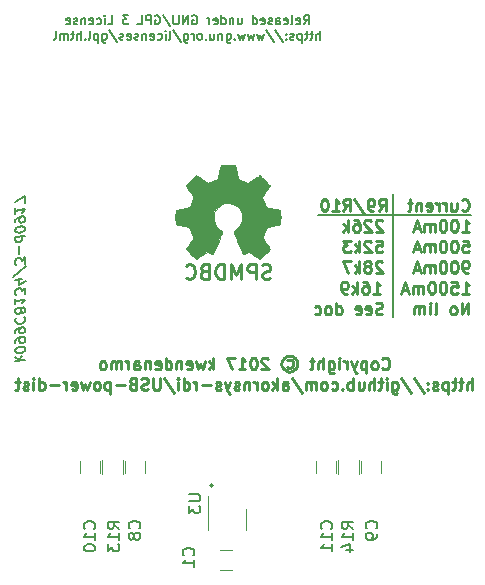
<source format=gbo>
G04 #@! TF.FileFunction,Legend,Bot*
%FSLAX46Y46*%
G04 Gerber Fmt 4.6, Leading zero omitted, Abs format (unit mm)*
G04 Created by KiCad (PCBNEW 4.0.7-e2-6376~58~ubuntu16.04.1) date Fri Sep  1 22:44:05 2017*
%MOMM*%
%LPD*%
G01*
G04 APERTURE LIST*
%ADD10C,0.100000*%
%ADD11C,0.203200*%
%ADD12C,0.200000*%
%ADD13C,0.250000*%
%ADD14C,0.150000*%
%ADD15C,0.120000*%
%ADD16C,0.010000*%
G04 APERTURE END LIST*
D10*
D11*
X133609324Y-112937071D02*
X134472924Y-112829121D01*
X133938314Y-112813700D02*
X133609324Y-112608080D01*
X134185057Y-112536114D02*
X133856067Y-112906229D01*
X134472924Y-111965521D02*
X134472924Y-111883273D01*
X134431800Y-111806166D01*
X134390676Y-111770183D01*
X134308429Y-111739340D01*
X134143933Y-111718778D01*
X133938314Y-111744481D01*
X133773819Y-111806167D01*
X133691571Y-111857572D01*
X133650448Y-111903835D01*
X133609324Y-111991223D01*
X133609324Y-112073471D01*
X133650448Y-112150578D01*
X133691571Y-112186562D01*
X133773819Y-112217405D01*
X133938314Y-112237967D01*
X134143933Y-112212264D01*
X134308429Y-112150578D01*
X134390676Y-112099173D01*
X134431800Y-112052909D01*
X134472924Y-111965521D01*
X133609324Y-111374366D02*
X133609324Y-111209871D01*
X133650448Y-111122483D01*
X133691571Y-111076219D01*
X133814943Y-110978550D01*
X133979438Y-110916864D01*
X134308429Y-110875740D01*
X134390676Y-110906583D01*
X134431800Y-110942567D01*
X134472924Y-111019673D01*
X134472924Y-111184169D01*
X134431800Y-111271557D01*
X134390676Y-111317821D01*
X134308429Y-111369226D01*
X134102810Y-111394929D01*
X134020562Y-111364086D01*
X133979438Y-111328102D01*
X133938314Y-111250996D01*
X133938314Y-111086500D01*
X133979438Y-110999112D01*
X134020562Y-110952848D01*
X134102810Y-110901443D01*
X133609324Y-110551890D02*
X133609324Y-110387395D01*
X133650448Y-110300007D01*
X133691571Y-110253743D01*
X133814943Y-110156074D01*
X133979438Y-110094388D01*
X134308429Y-110053264D01*
X134390676Y-110084107D01*
X134431800Y-110120091D01*
X134472924Y-110197197D01*
X134472924Y-110361693D01*
X134431800Y-110449081D01*
X134390676Y-110495345D01*
X134308429Y-110546750D01*
X134102810Y-110572453D01*
X134020562Y-110541610D01*
X133979438Y-110505626D01*
X133938314Y-110428520D01*
X133938314Y-110264024D01*
X133979438Y-110176636D01*
X134020562Y-110130372D01*
X134102810Y-110078967D01*
X133691571Y-109266772D02*
X133650448Y-109313036D01*
X133609324Y-109441547D01*
X133609324Y-109523795D01*
X133650448Y-109642027D01*
X133732695Y-109713993D01*
X133814943Y-109744836D01*
X133979438Y-109765398D01*
X134102810Y-109749977D01*
X134267305Y-109688291D01*
X134349552Y-109636886D01*
X134431800Y-109544358D01*
X134472924Y-109415845D01*
X134472924Y-109333597D01*
X134431800Y-109215367D01*
X134390676Y-109179383D01*
X134102810Y-108721882D02*
X134143933Y-108798988D01*
X134185057Y-108834972D01*
X134267305Y-108865815D01*
X134308429Y-108860674D01*
X134390676Y-108809269D01*
X134431800Y-108763005D01*
X134472924Y-108675617D01*
X134472924Y-108511121D01*
X134431800Y-108434015D01*
X134390676Y-108398031D01*
X134308429Y-108367188D01*
X134267305Y-108372329D01*
X134185057Y-108423734D01*
X134143933Y-108469998D01*
X134102810Y-108557386D01*
X134102810Y-108721882D01*
X134061686Y-108809269D01*
X134020562Y-108855534D01*
X133938314Y-108906939D01*
X133773819Y-108927501D01*
X133691571Y-108896658D01*
X133650448Y-108860674D01*
X133609324Y-108783567D01*
X133609324Y-108619071D01*
X133650448Y-108531684D01*
X133691571Y-108485420D01*
X133773819Y-108434015D01*
X133938314Y-108413453D01*
X134020562Y-108444296D01*
X134061686Y-108480279D01*
X134102810Y-108557386D01*
X133609324Y-107632100D02*
X133609324Y-108125586D01*
X133609324Y-107878843D02*
X134472924Y-107770893D01*
X134349552Y-107868563D01*
X134267305Y-107961091D01*
X134226181Y-108048479D01*
X134472924Y-107236284D02*
X134472924Y-106701674D01*
X134143933Y-107030665D01*
X134143933Y-106907293D01*
X134102810Y-106830187D01*
X134061686Y-106794203D01*
X133979438Y-106763360D01*
X133773819Y-106789063D01*
X133691571Y-106840468D01*
X133650448Y-106886732D01*
X133609324Y-106974119D01*
X133609324Y-107220862D01*
X133650448Y-107297970D01*
X133691571Y-107333954D01*
X134185057Y-105997430D02*
X133609324Y-106069396D01*
X134514048Y-106161925D02*
X133897190Y-106444651D01*
X133897190Y-105910041D01*
X134514048Y-104887087D02*
X133403705Y-105766108D01*
X134472924Y-104686608D02*
X134472924Y-104151998D01*
X134143933Y-104480989D01*
X134143933Y-104357617D01*
X134102810Y-104280511D01*
X134061686Y-104244527D01*
X133979438Y-104213684D01*
X133773819Y-104239387D01*
X133691571Y-104290792D01*
X133650448Y-104337056D01*
X133609324Y-104424443D01*
X133609324Y-104671186D01*
X133650448Y-104748294D01*
X133691571Y-104784278D01*
X133938314Y-103848711D02*
X133938314Y-103190730D01*
X133609324Y-102450501D02*
X134472924Y-102342551D01*
X133650448Y-102445361D02*
X133609324Y-102532748D01*
X133609324Y-102697244D01*
X133650448Y-102774351D01*
X133691571Y-102810335D01*
X133773819Y-102841178D01*
X134020562Y-102810335D01*
X134102810Y-102758930D01*
X134143933Y-102712665D01*
X134185057Y-102625278D01*
X134185057Y-102460782D01*
X134143933Y-102383675D01*
X134472924Y-101766818D02*
X134472924Y-101684570D01*
X134431800Y-101607463D01*
X134390676Y-101571480D01*
X134308429Y-101540637D01*
X134143933Y-101520075D01*
X133938314Y-101545778D01*
X133773819Y-101607464D01*
X133691571Y-101658869D01*
X133650448Y-101705132D01*
X133609324Y-101792520D01*
X133609324Y-101874768D01*
X133650448Y-101951875D01*
X133691571Y-101987859D01*
X133773819Y-102018702D01*
X133938314Y-102039264D01*
X134143933Y-102013561D01*
X134308429Y-101951875D01*
X134390676Y-101900470D01*
X134431800Y-101854206D01*
X134472924Y-101766818D01*
X133609324Y-101175663D02*
X133609324Y-101011168D01*
X133650448Y-100923780D01*
X133691571Y-100877516D01*
X133814943Y-100779847D01*
X133979438Y-100718161D01*
X134308429Y-100677037D01*
X134390676Y-100707880D01*
X134431800Y-100743864D01*
X134472924Y-100820970D01*
X134472924Y-100985466D01*
X134431800Y-101072854D01*
X134390676Y-101119118D01*
X134308429Y-101170523D01*
X134102810Y-101196226D01*
X134020562Y-101165383D01*
X133979438Y-101129399D01*
X133938314Y-101052293D01*
X133938314Y-100887797D01*
X133979438Y-100800409D01*
X134020562Y-100754145D01*
X134102810Y-100702740D01*
X133609324Y-99941949D02*
X133609324Y-100435435D01*
X133609324Y-100188692D02*
X134472924Y-100080742D01*
X134349552Y-100178412D01*
X134267305Y-100270940D01*
X134226181Y-100358328D01*
X134472924Y-99546133D02*
X134472924Y-98970399D01*
X133609324Y-99448464D01*
D12*
X165608000Y-98806000D02*
X165608000Y-109220000D01*
X172212000Y-100584000D02*
X159258000Y-100584000D01*
X150368000Y-123444000D02*
G75*
G03X150368000Y-123444000I-127000J0D01*
G01*
D13*
X171402476Y-100122143D02*
X171450095Y-100169762D01*
X171592952Y-100217381D01*
X171688190Y-100217381D01*
X171831048Y-100169762D01*
X171926286Y-100074524D01*
X171973905Y-99979286D01*
X172021524Y-99788810D01*
X172021524Y-99645952D01*
X171973905Y-99455476D01*
X171926286Y-99360238D01*
X171831048Y-99265000D01*
X171688190Y-99217381D01*
X171592952Y-99217381D01*
X171450095Y-99265000D01*
X171402476Y-99312619D01*
X170545333Y-99550714D02*
X170545333Y-100217381D01*
X170973905Y-99550714D02*
X170973905Y-100074524D01*
X170926286Y-100169762D01*
X170831048Y-100217381D01*
X170688190Y-100217381D01*
X170592952Y-100169762D01*
X170545333Y-100122143D01*
X170069143Y-100217381D02*
X170069143Y-99550714D01*
X170069143Y-99741190D02*
X170021524Y-99645952D01*
X169973905Y-99598333D01*
X169878667Y-99550714D01*
X169783428Y-99550714D01*
X169450095Y-100217381D02*
X169450095Y-99550714D01*
X169450095Y-99741190D02*
X169402476Y-99645952D01*
X169354857Y-99598333D01*
X169259619Y-99550714D01*
X169164380Y-99550714D01*
X168450094Y-100169762D02*
X168545332Y-100217381D01*
X168735809Y-100217381D01*
X168831047Y-100169762D01*
X168878666Y-100074524D01*
X168878666Y-99693571D01*
X168831047Y-99598333D01*
X168735809Y-99550714D01*
X168545332Y-99550714D01*
X168450094Y-99598333D01*
X168402475Y-99693571D01*
X168402475Y-99788810D01*
X168878666Y-99884048D01*
X167973904Y-99550714D02*
X167973904Y-100217381D01*
X167973904Y-99645952D02*
X167926285Y-99598333D01*
X167831047Y-99550714D01*
X167688189Y-99550714D01*
X167592951Y-99598333D01*
X167545332Y-99693571D01*
X167545332Y-100217381D01*
X167211999Y-99550714D02*
X166831047Y-99550714D01*
X167069142Y-99217381D02*
X167069142Y-100074524D01*
X167021523Y-100169762D01*
X166926285Y-100217381D01*
X166831047Y-100217381D01*
X164402474Y-100217381D02*
X164735808Y-99741190D01*
X164973903Y-100217381D02*
X164973903Y-99217381D01*
X164592950Y-99217381D01*
X164497712Y-99265000D01*
X164450093Y-99312619D01*
X164402474Y-99407857D01*
X164402474Y-99550714D01*
X164450093Y-99645952D01*
X164497712Y-99693571D01*
X164592950Y-99741190D01*
X164973903Y-99741190D01*
X163926284Y-100217381D02*
X163735808Y-100217381D01*
X163640569Y-100169762D01*
X163592950Y-100122143D01*
X163497712Y-99979286D01*
X163450093Y-99788810D01*
X163450093Y-99407857D01*
X163497712Y-99312619D01*
X163545331Y-99265000D01*
X163640569Y-99217381D01*
X163831046Y-99217381D01*
X163926284Y-99265000D01*
X163973903Y-99312619D01*
X164021522Y-99407857D01*
X164021522Y-99645952D01*
X163973903Y-99741190D01*
X163926284Y-99788810D01*
X163831046Y-99836429D01*
X163640569Y-99836429D01*
X163545331Y-99788810D01*
X163497712Y-99741190D01*
X163450093Y-99645952D01*
X162307236Y-99169762D02*
X163164379Y-100455476D01*
X161402474Y-100217381D02*
X161735808Y-99741190D01*
X161973903Y-100217381D02*
X161973903Y-99217381D01*
X161592950Y-99217381D01*
X161497712Y-99265000D01*
X161450093Y-99312619D01*
X161402474Y-99407857D01*
X161402474Y-99550714D01*
X161450093Y-99645952D01*
X161497712Y-99693571D01*
X161592950Y-99741190D01*
X161973903Y-99741190D01*
X160450093Y-100217381D02*
X161021522Y-100217381D01*
X160735808Y-100217381D02*
X160735808Y-99217381D01*
X160831046Y-99360238D01*
X160926284Y-99455476D01*
X161021522Y-99503095D01*
X159831046Y-99217381D02*
X159735807Y-99217381D01*
X159640569Y-99265000D01*
X159592950Y-99312619D01*
X159545331Y-99407857D01*
X159497712Y-99598333D01*
X159497712Y-99836429D01*
X159545331Y-100026905D01*
X159592950Y-100122143D01*
X159640569Y-100169762D01*
X159735807Y-100217381D01*
X159831046Y-100217381D01*
X159926284Y-100169762D01*
X159973903Y-100122143D01*
X160021522Y-100026905D01*
X160069141Y-99836429D01*
X160069141Y-99598333D01*
X160021522Y-99407857D01*
X159973903Y-99312619D01*
X159926284Y-99265000D01*
X159831046Y-99217381D01*
X171450095Y-101967381D02*
X172021524Y-101967381D01*
X171735810Y-101967381D02*
X171735810Y-100967381D01*
X171831048Y-101110238D01*
X171926286Y-101205476D01*
X172021524Y-101253095D01*
X170831048Y-100967381D02*
X170735809Y-100967381D01*
X170640571Y-101015000D01*
X170592952Y-101062619D01*
X170545333Y-101157857D01*
X170497714Y-101348333D01*
X170497714Y-101586429D01*
X170545333Y-101776905D01*
X170592952Y-101872143D01*
X170640571Y-101919762D01*
X170735809Y-101967381D01*
X170831048Y-101967381D01*
X170926286Y-101919762D01*
X170973905Y-101872143D01*
X171021524Y-101776905D01*
X171069143Y-101586429D01*
X171069143Y-101348333D01*
X171021524Y-101157857D01*
X170973905Y-101062619D01*
X170926286Y-101015000D01*
X170831048Y-100967381D01*
X169878667Y-100967381D02*
X169783428Y-100967381D01*
X169688190Y-101015000D01*
X169640571Y-101062619D01*
X169592952Y-101157857D01*
X169545333Y-101348333D01*
X169545333Y-101586429D01*
X169592952Y-101776905D01*
X169640571Y-101872143D01*
X169688190Y-101919762D01*
X169783428Y-101967381D01*
X169878667Y-101967381D01*
X169973905Y-101919762D01*
X170021524Y-101872143D01*
X170069143Y-101776905D01*
X170116762Y-101586429D01*
X170116762Y-101348333D01*
X170069143Y-101157857D01*
X170021524Y-101062619D01*
X169973905Y-101015000D01*
X169878667Y-100967381D01*
X169116762Y-101967381D02*
X169116762Y-101300714D01*
X169116762Y-101395952D02*
X169069143Y-101348333D01*
X168973905Y-101300714D01*
X168831047Y-101300714D01*
X168735809Y-101348333D01*
X168688190Y-101443571D01*
X168688190Y-101967381D01*
X168688190Y-101443571D02*
X168640571Y-101348333D01*
X168545333Y-101300714D01*
X168402476Y-101300714D01*
X168307238Y-101348333D01*
X168259619Y-101443571D01*
X168259619Y-101967381D01*
X167831048Y-101681667D02*
X167354857Y-101681667D01*
X167926286Y-101967381D02*
X167592953Y-100967381D01*
X167259619Y-101967381D01*
X164688190Y-101062619D02*
X164640571Y-101015000D01*
X164545333Y-100967381D01*
X164307237Y-100967381D01*
X164211999Y-101015000D01*
X164164380Y-101062619D01*
X164116761Y-101157857D01*
X164116761Y-101253095D01*
X164164380Y-101395952D01*
X164735809Y-101967381D01*
X164116761Y-101967381D01*
X163735809Y-101062619D02*
X163688190Y-101015000D01*
X163592952Y-100967381D01*
X163354856Y-100967381D01*
X163259618Y-101015000D01*
X163211999Y-101062619D01*
X163164380Y-101157857D01*
X163164380Y-101253095D01*
X163211999Y-101395952D01*
X163783428Y-101967381D01*
X163164380Y-101967381D01*
X162307237Y-100967381D02*
X162497714Y-100967381D01*
X162592952Y-101015000D01*
X162640571Y-101062619D01*
X162735809Y-101205476D01*
X162783428Y-101395952D01*
X162783428Y-101776905D01*
X162735809Y-101872143D01*
X162688190Y-101919762D01*
X162592952Y-101967381D01*
X162402475Y-101967381D01*
X162307237Y-101919762D01*
X162259618Y-101872143D01*
X162211999Y-101776905D01*
X162211999Y-101538810D01*
X162259618Y-101443571D01*
X162307237Y-101395952D01*
X162402475Y-101348333D01*
X162592952Y-101348333D01*
X162688190Y-101395952D01*
X162735809Y-101443571D01*
X162783428Y-101538810D01*
X161783428Y-101967381D02*
X161783428Y-100967381D01*
X161688190Y-101586429D02*
X161402475Y-101967381D01*
X161402475Y-101300714D02*
X161783428Y-101681667D01*
X171497714Y-102717381D02*
X171973905Y-102717381D01*
X172021524Y-103193571D01*
X171973905Y-103145952D01*
X171878667Y-103098333D01*
X171640571Y-103098333D01*
X171545333Y-103145952D01*
X171497714Y-103193571D01*
X171450095Y-103288810D01*
X171450095Y-103526905D01*
X171497714Y-103622143D01*
X171545333Y-103669762D01*
X171640571Y-103717381D01*
X171878667Y-103717381D01*
X171973905Y-103669762D01*
X172021524Y-103622143D01*
X170831048Y-102717381D02*
X170735809Y-102717381D01*
X170640571Y-102765000D01*
X170592952Y-102812619D01*
X170545333Y-102907857D01*
X170497714Y-103098333D01*
X170497714Y-103336429D01*
X170545333Y-103526905D01*
X170592952Y-103622143D01*
X170640571Y-103669762D01*
X170735809Y-103717381D01*
X170831048Y-103717381D01*
X170926286Y-103669762D01*
X170973905Y-103622143D01*
X171021524Y-103526905D01*
X171069143Y-103336429D01*
X171069143Y-103098333D01*
X171021524Y-102907857D01*
X170973905Y-102812619D01*
X170926286Y-102765000D01*
X170831048Y-102717381D01*
X169878667Y-102717381D02*
X169783428Y-102717381D01*
X169688190Y-102765000D01*
X169640571Y-102812619D01*
X169592952Y-102907857D01*
X169545333Y-103098333D01*
X169545333Y-103336429D01*
X169592952Y-103526905D01*
X169640571Y-103622143D01*
X169688190Y-103669762D01*
X169783428Y-103717381D01*
X169878667Y-103717381D01*
X169973905Y-103669762D01*
X170021524Y-103622143D01*
X170069143Y-103526905D01*
X170116762Y-103336429D01*
X170116762Y-103098333D01*
X170069143Y-102907857D01*
X170021524Y-102812619D01*
X169973905Y-102765000D01*
X169878667Y-102717381D01*
X169116762Y-103717381D02*
X169116762Y-103050714D01*
X169116762Y-103145952D02*
X169069143Y-103098333D01*
X168973905Y-103050714D01*
X168831047Y-103050714D01*
X168735809Y-103098333D01*
X168688190Y-103193571D01*
X168688190Y-103717381D01*
X168688190Y-103193571D02*
X168640571Y-103098333D01*
X168545333Y-103050714D01*
X168402476Y-103050714D01*
X168307238Y-103098333D01*
X168259619Y-103193571D01*
X168259619Y-103717381D01*
X167831048Y-103431667D02*
X167354857Y-103431667D01*
X167926286Y-103717381D02*
X167592953Y-102717381D01*
X167259619Y-103717381D01*
X164164380Y-102717381D02*
X164640571Y-102717381D01*
X164688190Y-103193571D01*
X164640571Y-103145952D01*
X164545333Y-103098333D01*
X164307237Y-103098333D01*
X164211999Y-103145952D01*
X164164380Y-103193571D01*
X164116761Y-103288810D01*
X164116761Y-103526905D01*
X164164380Y-103622143D01*
X164211999Y-103669762D01*
X164307237Y-103717381D01*
X164545333Y-103717381D01*
X164640571Y-103669762D01*
X164688190Y-103622143D01*
X163735809Y-102812619D02*
X163688190Y-102765000D01*
X163592952Y-102717381D01*
X163354856Y-102717381D01*
X163259618Y-102765000D01*
X163211999Y-102812619D01*
X163164380Y-102907857D01*
X163164380Y-103003095D01*
X163211999Y-103145952D01*
X163783428Y-103717381D01*
X163164380Y-103717381D01*
X162735809Y-103717381D02*
X162735809Y-102717381D01*
X162640571Y-103336429D02*
X162354856Y-103717381D01*
X162354856Y-103050714D02*
X162735809Y-103431667D01*
X162021523Y-102717381D02*
X161402475Y-102717381D01*
X161735809Y-103098333D01*
X161592951Y-103098333D01*
X161497713Y-103145952D01*
X161450094Y-103193571D01*
X161402475Y-103288810D01*
X161402475Y-103526905D01*
X161450094Y-103622143D01*
X161497713Y-103669762D01*
X161592951Y-103717381D01*
X161878666Y-103717381D01*
X161973904Y-103669762D01*
X162021523Y-103622143D01*
X171926286Y-105467381D02*
X171735810Y-105467381D01*
X171640571Y-105419762D01*
X171592952Y-105372143D01*
X171497714Y-105229286D01*
X171450095Y-105038810D01*
X171450095Y-104657857D01*
X171497714Y-104562619D01*
X171545333Y-104515000D01*
X171640571Y-104467381D01*
X171831048Y-104467381D01*
X171926286Y-104515000D01*
X171973905Y-104562619D01*
X172021524Y-104657857D01*
X172021524Y-104895952D01*
X171973905Y-104991190D01*
X171926286Y-105038810D01*
X171831048Y-105086429D01*
X171640571Y-105086429D01*
X171545333Y-105038810D01*
X171497714Y-104991190D01*
X171450095Y-104895952D01*
X170831048Y-104467381D02*
X170735809Y-104467381D01*
X170640571Y-104515000D01*
X170592952Y-104562619D01*
X170545333Y-104657857D01*
X170497714Y-104848333D01*
X170497714Y-105086429D01*
X170545333Y-105276905D01*
X170592952Y-105372143D01*
X170640571Y-105419762D01*
X170735809Y-105467381D01*
X170831048Y-105467381D01*
X170926286Y-105419762D01*
X170973905Y-105372143D01*
X171021524Y-105276905D01*
X171069143Y-105086429D01*
X171069143Y-104848333D01*
X171021524Y-104657857D01*
X170973905Y-104562619D01*
X170926286Y-104515000D01*
X170831048Y-104467381D01*
X169878667Y-104467381D02*
X169783428Y-104467381D01*
X169688190Y-104515000D01*
X169640571Y-104562619D01*
X169592952Y-104657857D01*
X169545333Y-104848333D01*
X169545333Y-105086429D01*
X169592952Y-105276905D01*
X169640571Y-105372143D01*
X169688190Y-105419762D01*
X169783428Y-105467381D01*
X169878667Y-105467381D01*
X169973905Y-105419762D01*
X170021524Y-105372143D01*
X170069143Y-105276905D01*
X170116762Y-105086429D01*
X170116762Y-104848333D01*
X170069143Y-104657857D01*
X170021524Y-104562619D01*
X169973905Y-104515000D01*
X169878667Y-104467381D01*
X169116762Y-105467381D02*
X169116762Y-104800714D01*
X169116762Y-104895952D02*
X169069143Y-104848333D01*
X168973905Y-104800714D01*
X168831047Y-104800714D01*
X168735809Y-104848333D01*
X168688190Y-104943571D01*
X168688190Y-105467381D01*
X168688190Y-104943571D02*
X168640571Y-104848333D01*
X168545333Y-104800714D01*
X168402476Y-104800714D01*
X168307238Y-104848333D01*
X168259619Y-104943571D01*
X168259619Y-105467381D01*
X167831048Y-105181667D02*
X167354857Y-105181667D01*
X167926286Y-105467381D02*
X167592953Y-104467381D01*
X167259619Y-105467381D01*
X164688190Y-104562619D02*
X164640571Y-104515000D01*
X164545333Y-104467381D01*
X164307237Y-104467381D01*
X164211999Y-104515000D01*
X164164380Y-104562619D01*
X164116761Y-104657857D01*
X164116761Y-104753095D01*
X164164380Y-104895952D01*
X164735809Y-105467381D01*
X164116761Y-105467381D01*
X163545333Y-104895952D02*
X163640571Y-104848333D01*
X163688190Y-104800714D01*
X163735809Y-104705476D01*
X163735809Y-104657857D01*
X163688190Y-104562619D01*
X163640571Y-104515000D01*
X163545333Y-104467381D01*
X163354856Y-104467381D01*
X163259618Y-104515000D01*
X163211999Y-104562619D01*
X163164380Y-104657857D01*
X163164380Y-104705476D01*
X163211999Y-104800714D01*
X163259618Y-104848333D01*
X163354856Y-104895952D01*
X163545333Y-104895952D01*
X163640571Y-104943571D01*
X163688190Y-104991190D01*
X163735809Y-105086429D01*
X163735809Y-105276905D01*
X163688190Y-105372143D01*
X163640571Y-105419762D01*
X163545333Y-105467381D01*
X163354856Y-105467381D01*
X163259618Y-105419762D01*
X163211999Y-105372143D01*
X163164380Y-105276905D01*
X163164380Y-105086429D01*
X163211999Y-104991190D01*
X163259618Y-104943571D01*
X163354856Y-104895952D01*
X162735809Y-105467381D02*
X162735809Y-104467381D01*
X162640571Y-105086429D02*
X162354856Y-105467381D01*
X162354856Y-104800714D02*
X162735809Y-105181667D01*
X162021523Y-104467381D02*
X161354856Y-104467381D01*
X161783428Y-105467381D01*
X171450095Y-107217381D02*
X172021524Y-107217381D01*
X171735810Y-107217381D02*
X171735810Y-106217381D01*
X171831048Y-106360238D01*
X171926286Y-106455476D01*
X172021524Y-106503095D01*
X170545333Y-106217381D02*
X171021524Y-106217381D01*
X171069143Y-106693571D01*
X171021524Y-106645952D01*
X170926286Y-106598333D01*
X170688190Y-106598333D01*
X170592952Y-106645952D01*
X170545333Y-106693571D01*
X170497714Y-106788810D01*
X170497714Y-107026905D01*
X170545333Y-107122143D01*
X170592952Y-107169762D01*
X170688190Y-107217381D01*
X170926286Y-107217381D01*
X171021524Y-107169762D01*
X171069143Y-107122143D01*
X169878667Y-106217381D02*
X169783428Y-106217381D01*
X169688190Y-106265000D01*
X169640571Y-106312619D01*
X169592952Y-106407857D01*
X169545333Y-106598333D01*
X169545333Y-106836429D01*
X169592952Y-107026905D01*
X169640571Y-107122143D01*
X169688190Y-107169762D01*
X169783428Y-107217381D01*
X169878667Y-107217381D01*
X169973905Y-107169762D01*
X170021524Y-107122143D01*
X170069143Y-107026905D01*
X170116762Y-106836429D01*
X170116762Y-106598333D01*
X170069143Y-106407857D01*
X170021524Y-106312619D01*
X169973905Y-106265000D01*
X169878667Y-106217381D01*
X168926286Y-106217381D02*
X168831047Y-106217381D01*
X168735809Y-106265000D01*
X168688190Y-106312619D01*
X168640571Y-106407857D01*
X168592952Y-106598333D01*
X168592952Y-106836429D01*
X168640571Y-107026905D01*
X168688190Y-107122143D01*
X168735809Y-107169762D01*
X168831047Y-107217381D01*
X168926286Y-107217381D01*
X169021524Y-107169762D01*
X169069143Y-107122143D01*
X169116762Y-107026905D01*
X169164381Y-106836429D01*
X169164381Y-106598333D01*
X169116762Y-106407857D01*
X169069143Y-106312619D01*
X169021524Y-106265000D01*
X168926286Y-106217381D01*
X168164381Y-107217381D02*
X168164381Y-106550714D01*
X168164381Y-106645952D02*
X168116762Y-106598333D01*
X168021524Y-106550714D01*
X167878666Y-106550714D01*
X167783428Y-106598333D01*
X167735809Y-106693571D01*
X167735809Y-107217381D01*
X167735809Y-106693571D02*
X167688190Y-106598333D01*
X167592952Y-106550714D01*
X167450095Y-106550714D01*
X167354857Y-106598333D01*
X167307238Y-106693571D01*
X167307238Y-107217381D01*
X166878667Y-106931667D02*
X166402476Y-106931667D01*
X166973905Y-107217381D02*
X166640572Y-106217381D01*
X166307238Y-107217381D01*
X163926285Y-107217381D02*
X164497714Y-107217381D01*
X164212000Y-107217381D02*
X164212000Y-106217381D01*
X164307238Y-106360238D01*
X164402476Y-106455476D01*
X164497714Y-106503095D01*
X163069142Y-106217381D02*
X163259619Y-106217381D01*
X163354857Y-106265000D01*
X163402476Y-106312619D01*
X163497714Y-106455476D01*
X163545333Y-106645952D01*
X163545333Y-107026905D01*
X163497714Y-107122143D01*
X163450095Y-107169762D01*
X163354857Y-107217381D01*
X163164380Y-107217381D01*
X163069142Y-107169762D01*
X163021523Y-107122143D01*
X162973904Y-107026905D01*
X162973904Y-106788810D01*
X163021523Y-106693571D01*
X163069142Y-106645952D01*
X163164380Y-106598333D01*
X163354857Y-106598333D01*
X163450095Y-106645952D01*
X163497714Y-106693571D01*
X163545333Y-106788810D01*
X162545333Y-107217381D02*
X162545333Y-106217381D01*
X162450095Y-106836429D02*
X162164380Y-107217381D01*
X162164380Y-106550714D02*
X162545333Y-106931667D01*
X161688190Y-107217381D02*
X161497714Y-107217381D01*
X161402475Y-107169762D01*
X161354856Y-107122143D01*
X161259618Y-106979286D01*
X161211999Y-106788810D01*
X161211999Y-106407857D01*
X161259618Y-106312619D01*
X161307237Y-106265000D01*
X161402475Y-106217381D01*
X161592952Y-106217381D01*
X161688190Y-106265000D01*
X161735809Y-106312619D01*
X161783428Y-106407857D01*
X161783428Y-106645952D01*
X161735809Y-106741190D01*
X161688190Y-106788810D01*
X161592952Y-106836429D01*
X161402475Y-106836429D01*
X161307237Y-106788810D01*
X161259618Y-106741190D01*
X161211999Y-106645952D01*
X171973905Y-108967381D02*
X171973905Y-107967381D01*
X171402476Y-108967381D01*
X171402476Y-107967381D01*
X170783429Y-108967381D02*
X170878667Y-108919762D01*
X170926286Y-108872143D01*
X170973905Y-108776905D01*
X170973905Y-108491190D01*
X170926286Y-108395952D01*
X170878667Y-108348333D01*
X170783429Y-108300714D01*
X170640571Y-108300714D01*
X170545333Y-108348333D01*
X170497714Y-108395952D01*
X170450095Y-108491190D01*
X170450095Y-108776905D01*
X170497714Y-108872143D01*
X170545333Y-108919762D01*
X170640571Y-108967381D01*
X170783429Y-108967381D01*
X169116762Y-108967381D02*
X169212000Y-108919762D01*
X169259619Y-108824524D01*
X169259619Y-107967381D01*
X168735809Y-108967381D02*
X168735809Y-108300714D01*
X168735809Y-107967381D02*
X168783428Y-108015000D01*
X168735809Y-108062619D01*
X168688190Y-108015000D01*
X168735809Y-107967381D01*
X168735809Y-108062619D01*
X168259619Y-108967381D02*
X168259619Y-108300714D01*
X168259619Y-108395952D02*
X168212000Y-108348333D01*
X168116762Y-108300714D01*
X167973904Y-108300714D01*
X167878666Y-108348333D01*
X167831047Y-108443571D01*
X167831047Y-108967381D01*
X167831047Y-108443571D02*
X167783428Y-108348333D01*
X167688190Y-108300714D01*
X167545333Y-108300714D01*
X167450095Y-108348333D01*
X167402476Y-108443571D01*
X167402476Y-108967381D01*
X164688190Y-108919762D02*
X164545333Y-108967381D01*
X164307237Y-108967381D01*
X164211999Y-108919762D01*
X164164380Y-108872143D01*
X164116761Y-108776905D01*
X164116761Y-108681667D01*
X164164380Y-108586429D01*
X164211999Y-108538810D01*
X164307237Y-108491190D01*
X164497714Y-108443571D01*
X164592952Y-108395952D01*
X164640571Y-108348333D01*
X164688190Y-108253095D01*
X164688190Y-108157857D01*
X164640571Y-108062619D01*
X164592952Y-108015000D01*
X164497714Y-107967381D01*
X164259618Y-107967381D01*
X164116761Y-108015000D01*
X163307237Y-108919762D02*
X163402475Y-108967381D01*
X163592952Y-108967381D01*
X163688190Y-108919762D01*
X163735809Y-108824524D01*
X163735809Y-108443571D01*
X163688190Y-108348333D01*
X163592952Y-108300714D01*
X163402475Y-108300714D01*
X163307237Y-108348333D01*
X163259618Y-108443571D01*
X163259618Y-108538810D01*
X163735809Y-108634048D01*
X162450094Y-108919762D02*
X162545332Y-108967381D01*
X162735809Y-108967381D01*
X162831047Y-108919762D01*
X162878666Y-108824524D01*
X162878666Y-108443571D01*
X162831047Y-108348333D01*
X162735809Y-108300714D01*
X162545332Y-108300714D01*
X162450094Y-108348333D01*
X162402475Y-108443571D01*
X162402475Y-108538810D01*
X162878666Y-108634048D01*
X160783427Y-108967381D02*
X160783427Y-107967381D01*
X160783427Y-108919762D02*
X160878665Y-108967381D01*
X161069142Y-108967381D01*
X161164380Y-108919762D01*
X161211999Y-108872143D01*
X161259618Y-108776905D01*
X161259618Y-108491190D01*
X161211999Y-108395952D01*
X161164380Y-108348333D01*
X161069142Y-108300714D01*
X160878665Y-108300714D01*
X160783427Y-108348333D01*
X160164380Y-108967381D02*
X160259618Y-108919762D01*
X160307237Y-108872143D01*
X160354856Y-108776905D01*
X160354856Y-108491190D01*
X160307237Y-108395952D01*
X160259618Y-108348333D01*
X160164380Y-108300714D01*
X160021522Y-108300714D01*
X159926284Y-108348333D01*
X159878665Y-108395952D01*
X159831046Y-108491190D01*
X159831046Y-108776905D01*
X159878665Y-108872143D01*
X159926284Y-108919762D01*
X160021522Y-108967381D01*
X160164380Y-108967381D01*
X158973903Y-108919762D02*
X159069141Y-108967381D01*
X159259618Y-108967381D01*
X159354856Y-108919762D01*
X159402475Y-108872143D01*
X159450094Y-108776905D01*
X159450094Y-108491190D01*
X159402475Y-108395952D01*
X159354856Y-108348333D01*
X159259618Y-108300714D01*
X159069141Y-108300714D01*
X158973903Y-108348333D01*
X155209428Y-105915952D02*
X155030856Y-105975476D01*
X154733237Y-105975476D01*
X154614190Y-105915952D01*
X154554666Y-105856429D01*
X154495142Y-105737381D01*
X154495142Y-105618333D01*
X154554666Y-105499286D01*
X154614190Y-105439762D01*
X154733237Y-105380238D01*
X154971333Y-105320714D01*
X155090380Y-105261190D01*
X155149904Y-105201667D01*
X155209428Y-105082619D01*
X155209428Y-104963571D01*
X155149904Y-104844524D01*
X155090380Y-104785000D01*
X154971333Y-104725476D01*
X154673713Y-104725476D01*
X154495142Y-104785000D01*
X153959428Y-105975476D02*
X153959428Y-104725476D01*
X153483237Y-104725476D01*
X153364190Y-104785000D01*
X153304666Y-104844524D01*
X153245142Y-104963571D01*
X153245142Y-105142143D01*
X153304666Y-105261190D01*
X153364190Y-105320714D01*
X153483237Y-105380238D01*
X153959428Y-105380238D01*
X152709428Y-105975476D02*
X152709428Y-104725476D01*
X152292761Y-105618333D01*
X151876095Y-104725476D01*
X151876095Y-105975476D01*
X151280857Y-105975476D02*
X151280857Y-104725476D01*
X150983238Y-104725476D01*
X150804666Y-104785000D01*
X150685619Y-104904048D01*
X150626095Y-105023095D01*
X150566571Y-105261190D01*
X150566571Y-105439762D01*
X150626095Y-105677857D01*
X150685619Y-105796905D01*
X150804666Y-105915952D01*
X150983238Y-105975476D01*
X151280857Y-105975476D01*
X149614190Y-105320714D02*
X149435619Y-105380238D01*
X149376095Y-105439762D01*
X149316571Y-105558810D01*
X149316571Y-105737381D01*
X149376095Y-105856429D01*
X149435619Y-105915952D01*
X149554666Y-105975476D01*
X150030857Y-105975476D01*
X150030857Y-104725476D01*
X149614190Y-104725476D01*
X149495143Y-104785000D01*
X149435619Y-104844524D01*
X149376095Y-104963571D01*
X149376095Y-105082619D01*
X149435619Y-105201667D01*
X149495143Y-105261190D01*
X149614190Y-105320714D01*
X150030857Y-105320714D01*
X148066571Y-105856429D02*
X148126095Y-105915952D01*
X148304666Y-105975476D01*
X148423714Y-105975476D01*
X148602286Y-105915952D01*
X148721333Y-105796905D01*
X148780857Y-105677857D01*
X148840381Y-105439762D01*
X148840381Y-105261190D01*
X148780857Y-105023095D01*
X148721333Y-104904048D01*
X148602286Y-104785000D01*
X148423714Y-104725476D01*
X148304666Y-104725476D01*
X148126095Y-104785000D01*
X148066571Y-104844524D01*
X164677858Y-113528143D02*
X164725477Y-113575762D01*
X164868334Y-113623381D01*
X164963572Y-113623381D01*
X165106430Y-113575762D01*
X165201668Y-113480524D01*
X165249287Y-113385286D01*
X165296906Y-113194810D01*
X165296906Y-113051952D01*
X165249287Y-112861476D01*
X165201668Y-112766238D01*
X165106430Y-112671000D01*
X164963572Y-112623381D01*
X164868334Y-112623381D01*
X164725477Y-112671000D01*
X164677858Y-112718619D01*
X164106430Y-113623381D02*
X164201668Y-113575762D01*
X164249287Y-113528143D01*
X164296906Y-113432905D01*
X164296906Y-113147190D01*
X164249287Y-113051952D01*
X164201668Y-113004333D01*
X164106430Y-112956714D01*
X163963572Y-112956714D01*
X163868334Y-113004333D01*
X163820715Y-113051952D01*
X163773096Y-113147190D01*
X163773096Y-113432905D01*
X163820715Y-113528143D01*
X163868334Y-113575762D01*
X163963572Y-113623381D01*
X164106430Y-113623381D01*
X163344525Y-112956714D02*
X163344525Y-113956714D01*
X163344525Y-113004333D02*
X163249287Y-112956714D01*
X163058810Y-112956714D01*
X162963572Y-113004333D01*
X162915953Y-113051952D01*
X162868334Y-113147190D01*
X162868334Y-113432905D01*
X162915953Y-113528143D01*
X162963572Y-113575762D01*
X163058810Y-113623381D01*
X163249287Y-113623381D01*
X163344525Y-113575762D01*
X162535001Y-112956714D02*
X162296906Y-113623381D01*
X162058810Y-112956714D02*
X162296906Y-113623381D01*
X162392144Y-113861476D01*
X162439763Y-113909095D01*
X162535001Y-113956714D01*
X161677858Y-113623381D02*
X161677858Y-112956714D01*
X161677858Y-113147190D02*
X161630239Y-113051952D01*
X161582620Y-113004333D01*
X161487382Y-112956714D01*
X161392143Y-112956714D01*
X161058810Y-113623381D02*
X161058810Y-112956714D01*
X161058810Y-112623381D02*
X161106429Y-112671000D01*
X161058810Y-112718619D01*
X161011191Y-112671000D01*
X161058810Y-112623381D01*
X161058810Y-112718619D01*
X160154048Y-112956714D02*
X160154048Y-113766238D01*
X160201667Y-113861476D01*
X160249286Y-113909095D01*
X160344525Y-113956714D01*
X160487382Y-113956714D01*
X160582620Y-113909095D01*
X160154048Y-113575762D02*
X160249286Y-113623381D01*
X160439763Y-113623381D01*
X160535001Y-113575762D01*
X160582620Y-113528143D01*
X160630239Y-113432905D01*
X160630239Y-113147190D01*
X160582620Y-113051952D01*
X160535001Y-113004333D01*
X160439763Y-112956714D01*
X160249286Y-112956714D01*
X160154048Y-113004333D01*
X159677858Y-113623381D02*
X159677858Y-112623381D01*
X159249286Y-113623381D02*
X159249286Y-113099571D01*
X159296905Y-113004333D01*
X159392143Y-112956714D01*
X159535001Y-112956714D01*
X159630239Y-113004333D01*
X159677858Y-113051952D01*
X158915953Y-112956714D02*
X158535001Y-112956714D01*
X158773096Y-112623381D02*
X158773096Y-113480524D01*
X158725477Y-113575762D01*
X158630239Y-113623381D01*
X158535001Y-113623381D01*
X156630238Y-112861476D02*
X156725476Y-112813857D01*
X156915952Y-112813857D01*
X157011190Y-112861476D01*
X157106428Y-112956714D01*
X157154047Y-113051952D01*
X157154047Y-113242429D01*
X157106428Y-113337667D01*
X157011190Y-113432905D01*
X156915952Y-113480524D01*
X156725476Y-113480524D01*
X156630238Y-113432905D01*
X156820714Y-112480524D02*
X157058809Y-112528143D01*
X157296905Y-112671000D01*
X157439762Y-112909095D01*
X157487381Y-113147190D01*
X157439762Y-113385286D01*
X157296905Y-113623381D01*
X157058809Y-113766238D01*
X156820714Y-113813857D01*
X156582619Y-113766238D01*
X156344524Y-113623381D01*
X156201667Y-113385286D01*
X156154047Y-113147190D01*
X156201667Y-112909095D01*
X156344524Y-112671000D01*
X156582619Y-112528143D01*
X156820714Y-112480524D01*
X155011190Y-112718619D02*
X154963571Y-112671000D01*
X154868333Y-112623381D01*
X154630237Y-112623381D01*
X154534999Y-112671000D01*
X154487380Y-112718619D01*
X154439761Y-112813857D01*
X154439761Y-112909095D01*
X154487380Y-113051952D01*
X155058809Y-113623381D01*
X154439761Y-113623381D01*
X153820714Y-112623381D02*
X153725475Y-112623381D01*
X153630237Y-112671000D01*
X153582618Y-112718619D01*
X153534999Y-112813857D01*
X153487380Y-113004333D01*
X153487380Y-113242429D01*
X153534999Y-113432905D01*
X153582618Y-113528143D01*
X153630237Y-113575762D01*
X153725475Y-113623381D01*
X153820714Y-113623381D01*
X153915952Y-113575762D01*
X153963571Y-113528143D01*
X154011190Y-113432905D01*
X154058809Y-113242429D01*
X154058809Y-113004333D01*
X154011190Y-112813857D01*
X153963571Y-112718619D01*
X153915952Y-112671000D01*
X153820714Y-112623381D01*
X152534999Y-113623381D02*
X153106428Y-113623381D01*
X152820714Y-113623381D02*
X152820714Y-112623381D01*
X152915952Y-112766238D01*
X153011190Y-112861476D01*
X153106428Y-112909095D01*
X152201666Y-112623381D02*
X151534999Y-112623381D01*
X151963571Y-113623381D01*
X150392142Y-113623381D02*
X150392142Y-112623381D01*
X150296904Y-113242429D02*
X150011189Y-113623381D01*
X150011189Y-112956714D02*
X150392142Y-113337667D01*
X149677856Y-112956714D02*
X149487380Y-113623381D01*
X149296903Y-113147190D01*
X149106427Y-113623381D01*
X148915951Y-112956714D01*
X148154046Y-113575762D02*
X148249284Y-113623381D01*
X148439761Y-113623381D01*
X148534999Y-113575762D01*
X148582618Y-113480524D01*
X148582618Y-113099571D01*
X148534999Y-113004333D01*
X148439761Y-112956714D01*
X148249284Y-112956714D01*
X148154046Y-113004333D01*
X148106427Y-113099571D01*
X148106427Y-113194810D01*
X148582618Y-113290048D01*
X147677856Y-112956714D02*
X147677856Y-113623381D01*
X147677856Y-113051952D02*
X147630237Y-113004333D01*
X147534999Y-112956714D01*
X147392141Y-112956714D01*
X147296903Y-113004333D01*
X147249284Y-113099571D01*
X147249284Y-113623381D01*
X146344522Y-113623381D02*
X146344522Y-112623381D01*
X146344522Y-113575762D02*
X146439760Y-113623381D01*
X146630237Y-113623381D01*
X146725475Y-113575762D01*
X146773094Y-113528143D01*
X146820713Y-113432905D01*
X146820713Y-113147190D01*
X146773094Y-113051952D01*
X146725475Y-113004333D01*
X146630237Y-112956714D01*
X146439760Y-112956714D01*
X146344522Y-113004333D01*
X145487379Y-113575762D02*
X145582617Y-113623381D01*
X145773094Y-113623381D01*
X145868332Y-113575762D01*
X145915951Y-113480524D01*
X145915951Y-113099571D01*
X145868332Y-113004333D01*
X145773094Y-112956714D01*
X145582617Y-112956714D01*
X145487379Y-113004333D01*
X145439760Y-113099571D01*
X145439760Y-113194810D01*
X145915951Y-113290048D01*
X145011189Y-112956714D02*
X145011189Y-113623381D01*
X145011189Y-113051952D02*
X144963570Y-113004333D01*
X144868332Y-112956714D01*
X144725474Y-112956714D01*
X144630236Y-113004333D01*
X144582617Y-113099571D01*
X144582617Y-113623381D01*
X143677855Y-113623381D02*
X143677855Y-113099571D01*
X143725474Y-113004333D01*
X143820712Y-112956714D01*
X144011189Y-112956714D01*
X144106427Y-113004333D01*
X143677855Y-113575762D02*
X143773093Y-113623381D01*
X144011189Y-113623381D01*
X144106427Y-113575762D01*
X144154046Y-113480524D01*
X144154046Y-113385286D01*
X144106427Y-113290048D01*
X144011189Y-113242429D01*
X143773093Y-113242429D01*
X143677855Y-113194810D01*
X143201665Y-113623381D02*
X143201665Y-112956714D01*
X143201665Y-113147190D02*
X143154046Y-113051952D01*
X143106427Y-113004333D01*
X143011189Y-112956714D01*
X142915950Y-112956714D01*
X142582617Y-113623381D02*
X142582617Y-112956714D01*
X142582617Y-113051952D02*
X142534998Y-113004333D01*
X142439760Y-112956714D01*
X142296902Y-112956714D01*
X142201664Y-113004333D01*
X142154045Y-113099571D01*
X142154045Y-113623381D01*
X142154045Y-113099571D02*
X142106426Y-113004333D01*
X142011188Y-112956714D01*
X141868331Y-112956714D01*
X141773093Y-113004333D01*
X141725474Y-113099571D01*
X141725474Y-113623381D01*
X141106427Y-113623381D02*
X141201665Y-113575762D01*
X141249284Y-113528143D01*
X141296903Y-113432905D01*
X141296903Y-113147190D01*
X141249284Y-113051952D01*
X141201665Y-113004333D01*
X141106427Y-112956714D01*
X140963569Y-112956714D01*
X140868331Y-113004333D01*
X140820712Y-113051952D01*
X140773093Y-113147190D01*
X140773093Y-113432905D01*
X140820712Y-113528143D01*
X140868331Y-113575762D01*
X140963569Y-113623381D01*
X141106427Y-113623381D01*
X172296906Y-115373381D02*
X172296906Y-114373381D01*
X171868334Y-115373381D02*
X171868334Y-114849571D01*
X171915953Y-114754333D01*
X172011191Y-114706714D01*
X172154049Y-114706714D01*
X172249287Y-114754333D01*
X172296906Y-114801952D01*
X171535001Y-114706714D02*
X171154049Y-114706714D01*
X171392144Y-114373381D02*
X171392144Y-115230524D01*
X171344525Y-115325762D01*
X171249287Y-115373381D01*
X171154049Y-115373381D01*
X170963572Y-114706714D02*
X170582620Y-114706714D01*
X170820715Y-114373381D02*
X170820715Y-115230524D01*
X170773096Y-115325762D01*
X170677858Y-115373381D01*
X170582620Y-115373381D01*
X170249286Y-114706714D02*
X170249286Y-115706714D01*
X170249286Y-114754333D02*
X170154048Y-114706714D01*
X169963571Y-114706714D01*
X169868333Y-114754333D01*
X169820714Y-114801952D01*
X169773095Y-114897190D01*
X169773095Y-115182905D01*
X169820714Y-115278143D01*
X169868333Y-115325762D01*
X169963571Y-115373381D01*
X170154048Y-115373381D01*
X170249286Y-115325762D01*
X169392143Y-115325762D02*
X169296905Y-115373381D01*
X169106429Y-115373381D01*
X169011190Y-115325762D01*
X168963571Y-115230524D01*
X168963571Y-115182905D01*
X169011190Y-115087667D01*
X169106429Y-115040048D01*
X169249286Y-115040048D01*
X169344524Y-114992429D01*
X169392143Y-114897190D01*
X169392143Y-114849571D01*
X169344524Y-114754333D01*
X169249286Y-114706714D01*
X169106429Y-114706714D01*
X169011190Y-114754333D01*
X168535000Y-115278143D02*
X168487381Y-115325762D01*
X168535000Y-115373381D01*
X168582619Y-115325762D01*
X168535000Y-115278143D01*
X168535000Y-115373381D01*
X168535000Y-114754333D02*
X168487381Y-114801952D01*
X168535000Y-114849571D01*
X168582619Y-114801952D01*
X168535000Y-114754333D01*
X168535000Y-114849571D01*
X167344524Y-114325762D02*
X168201667Y-115611476D01*
X166296905Y-114325762D02*
X167154048Y-115611476D01*
X165535000Y-114706714D02*
X165535000Y-115516238D01*
X165582619Y-115611476D01*
X165630238Y-115659095D01*
X165725477Y-115706714D01*
X165868334Y-115706714D01*
X165963572Y-115659095D01*
X165535000Y-115325762D02*
X165630238Y-115373381D01*
X165820715Y-115373381D01*
X165915953Y-115325762D01*
X165963572Y-115278143D01*
X166011191Y-115182905D01*
X166011191Y-114897190D01*
X165963572Y-114801952D01*
X165915953Y-114754333D01*
X165820715Y-114706714D01*
X165630238Y-114706714D01*
X165535000Y-114754333D01*
X165058810Y-115373381D02*
X165058810Y-114706714D01*
X165058810Y-114373381D02*
X165106429Y-114421000D01*
X165058810Y-114468619D01*
X165011191Y-114421000D01*
X165058810Y-114373381D01*
X165058810Y-114468619D01*
X164725477Y-114706714D02*
X164344525Y-114706714D01*
X164582620Y-114373381D02*
X164582620Y-115230524D01*
X164535001Y-115325762D01*
X164439763Y-115373381D01*
X164344525Y-115373381D01*
X164011191Y-115373381D02*
X164011191Y-114373381D01*
X163582619Y-115373381D02*
X163582619Y-114849571D01*
X163630238Y-114754333D01*
X163725476Y-114706714D01*
X163868334Y-114706714D01*
X163963572Y-114754333D01*
X164011191Y-114801952D01*
X162677857Y-114706714D02*
X162677857Y-115373381D01*
X163106429Y-114706714D02*
X163106429Y-115230524D01*
X163058810Y-115325762D01*
X162963572Y-115373381D01*
X162820714Y-115373381D01*
X162725476Y-115325762D01*
X162677857Y-115278143D01*
X162201667Y-115373381D02*
X162201667Y-114373381D01*
X162201667Y-114754333D02*
X162106429Y-114706714D01*
X161915952Y-114706714D01*
X161820714Y-114754333D01*
X161773095Y-114801952D01*
X161725476Y-114897190D01*
X161725476Y-115182905D01*
X161773095Y-115278143D01*
X161820714Y-115325762D01*
X161915952Y-115373381D01*
X162106429Y-115373381D01*
X162201667Y-115325762D01*
X161296905Y-115278143D02*
X161249286Y-115325762D01*
X161296905Y-115373381D01*
X161344524Y-115325762D01*
X161296905Y-115278143D01*
X161296905Y-115373381D01*
X160392143Y-115325762D02*
X160487381Y-115373381D01*
X160677858Y-115373381D01*
X160773096Y-115325762D01*
X160820715Y-115278143D01*
X160868334Y-115182905D01*
X160868334Y-114897190D01*
X160820715Y-114801952D01*
X160773096Y-114754333D01*
X160677858Y-114706714D01*
X160487381Y-114706714D01*
X160392143Y-114754333D01*
X159820715Y-115373381D02*
X159915953Y-115325762D01*
X159963572Y-115278143D01*
X160011191Y-115182905D01*
X160011191Y-114897190D01*
X159963572Y-114801952D01*
X159915953Y-114754333D01*
X159820715Y-114706714D01*
X159677857Y-114706714D01*
X159582619Y-114754333D01*
X159535000Y-114801952D01*
X159487381Y-114897190D01*
X159487381Y-115182905D01*
X159535000Y-115278143D01*
X159582619Y-115325762D01*
X159677857Y-115373381D01*
X159820715Y-115373381D01*
X159058810Y-115373381D02*
X159058810Y-114706714D01*
X159058810Y-114801952D02*
X159011191Y-114754333D01*
X158915953Y-114706714D01*
X158773095Y-114706714D01*
X158677857Y-114754333D01*
X158630238Y-114849571D01*
X158630238Y-115373381D01*
X158630238Y-114849571D02*
X158582619Y-114754333D01*
X158487381Y-114706714D01*
X158344524Y-114706714D01*
X158249286Y-114754333D01*
X158201667Y-114849571D01*
X158201667Y-115373381D01*
X157011191Y-114325762D02*
X157868334Y-115611476D01*
X156249286Y-115373381D02*
X156249286Y-114849571D01*
X156296905Y-114754333D01*
X156392143Y-114706714D01*
X156582620Y-114706714D01*
X156677858Y-114754333D01*
X156249286Y-115325762D02*
X156344524Y-115373381D01*
X156582620Y-115373381D01*
X156677858Y-115325762D01*
X156725477Y-115230524D01*
X156725477Y-115135286D01*
X156677858Y-115040048D01*
X156582620Y-114992429D01*
X156344524Y-114992429D01*
X156249286Y-114944810D01*
X155773096Y-115373381D02*
X155773096Y-114373381D01*
X155677858Y-114992429D02*
X155392143Y-115373381D01*
X155392143Y-114706714D02*
X155773096Y-115087667D01*
X154820715Y-115373381D02*
X154915953Y-115325762D01*
X154963572Y-115278143D01*
X155011191Y-115182905D01*
X155011191Y-114897190D01*
X154963572Y-114801952D01*
X154915953Y-114754333D01*
X154820715Y-114706714D01*
X154677857Y-114706714D01*
X154582619Y-114754333D01*
X154535000Y-114801952D01*
X154487381Y-114897190D01*
X154487381Y-115182905D01*
X154535000Y-115278143D01*
X154582619Y-115325762D01*
X154677857Y-115373381D01*
X154820715Y-115373381D01*
X154058810Y-115373381D02*
X154058810Y-114706714D01*
X154058810Y-114897190D02*
X154011191Y-114801952D01*
X153963572Y-114754333D01*
X153868334Y-114706714D01*
X153773095Y-114706714D01*
X153439762Y-114706714D02*
X153439762Y-115373381D01*
X153439762Y-114801952D02*
X153392143Y-114754333D01*
X153296905Y-114706714D01*
X153154047Y-114706714D01*
X153058809Y-114754333D01*
X153011190Y-114849571D01*
X153011190Y-115373381D01*
X152582619Y-115325762D02*
X152487381Y-115373381D01*
X152296905Y-115373381D01*
X152201666Y-115325762D01*
X152154047Y-115230524D01*
X152154047Y-115182905D01*
X152201666Y-115087667D01*
X152296905Y-115040048D01*
X152439762Y-115040048D01*
X152535000Y-114992429D01*
X152582619Y-114897190D01*
X152582619Y-114849571D01*
X152535000Y-114754333D01*
X152439762Y-114706714D01*
X152296905Y-114706714D01*
X152201666Y-114754333D01*
X151820714Y-114706714D02*
X151582619Y-115373381D01*
X151344523Y-114706714D02*
X151582619Y-115373381D01*
X151677857Y-115611476D01*
X151725476Y-115659095D01*
X151820714Y-115706714D01*
X151011190Y-115325762D02*
X150915952Y-115373381D01*
X150725476Y-115373381D01*
X150630237Y-115325762D01*
X150582618Y-115230524D01*
X150582618Y-115182905D01*
X150630237Y-115087667D01*
X150725476Y-115040048D01*
X150868333Y-115040048D01*
X150963571Y-114992429D01*
X151011190Y-114897190D01*
X151011190Y-114849571D01*
X150963571Y-114754333D01*
X150868333Y-114706714D01*
X150725476Y-114706714D01*
X150630237Y-114754333D01*
X150154047Y-114992429D02*
X149392142Y-114992429D01*
X148915952Y-115373381D02*
X148915952Y-114706714D01*
X148915952Y-114897190D02*
X148868333Y-114801952D01*
X148820714Y-114754333D01*
X148725476Y-114706714D01*
X148630237Y-114706714D01*
X147868332Y-115373381D02*
X147868332Y-114373381D01*
X147868332Y-115325762D02*
X147963570Y-115373381D01*
X148154047Y-115373381D01*
X148249285Y-115325762D01*
X148296904Y-115278143D01*
X148344523Y-115182905D01*
X148344523Y-114897190D01*
X148296904Y-114801952D01*
X148249285Y-114754333D01*
X148154047Y-114706714D01*
X147963570Y-114706714D01*
X147868332Y-114754333D01*
X147392142Y-115373381D02*
X147392142Y-114706714D01*
X147392142Y-114373381D02*
X147439761Y-114421000D01*
X147392142Y-114468619D01*
X147344523Y-114421000D01*
X147392142Y-114373381D01*
X147392142Y-114468619D01*
X146201666Y-114325762D02*
X147058809Y-115611476D01*
X145868333Y-114373381D02*
X145868333Y-115182905D01*
X145820714Y-115278143D01*
X145773095Y-115325762D01*
X145677857Y-115373381D01*
X145487380Y-115373381D01*
X145392142Y-115325762D01*
X145344523Y-115278143D01*
X145296904Y-115182905D01*
X145296904Y-114373381D01*
X144868333Y-115325762D02*
X144725476Y-115373381D01*
X144487380Y-115373381D01*
X144392142Y-115325762D01*
X144344523Y-115278143D01*
X144296904Y-115182905D01*
X144296904Y-115087667D01*
X144344523Y-114992429D01*
X144392142Y-114944810D01*
X144487380Y-114897190D01*
X144677857Y-114849571D01*
X144773095Y-114801952D01*
X144820714Y-114754333D01*
X144868333Y-114659095D01*
X144868333Y-114563857D01*
X144820714Y-114468619D01*
X144773095Y-114421000D01*
X144677857Y-114373381D01*
X144439761Y-114373381D01*
X144296904Y-114421000D01*
X143534999Y-114849571D02*
X143392142Y-114897190D01*
X143344523Y-114944810D01*
X143296904Y-115040048D01*
X143296904Y-115182905D01*
X143344523Y-115278143D01*
X143392142Y-115325762D01*
X143487380Y-115373381D01*
X143868333Y-115373381D01*
X143868333Y-114373381D01*
X143534999Y-114373381D01*
X143439761Y-114421000D01*
X143392142Y-114468619D01*
X143344523Y-114563857D01*
X143344523Y-114659095D01*
X143392142Y-114754333D01*
X143439761Y-114801952D01*
X143534999Y-114849571D01*
X143868333Y-114849571D01*
X142868333Y-114992429D02*
X142106428Y-114992429D01*
X141630238Y-114706714D02*
X141630238Y-115706714D01*
X141630238Y-114754333D02*
X141535000Y-114706714D01*
X141344523Y-114706714D01*
X141249285Y-114754333D01*
X141201666Y-114801952D01*
X141154047Y-114897190D01*
X141154047Y-115182905D01*
X141201666Y-115278143D01*
X141249285Y-115325762D01*
X141344523Y-115373381D01*
X141535000Y-115373381D01*
X141630238Y-115325762D01*
X140582619Y-115373381D02*
X140677857Y-115325762D01*
X140725476Y-115278143D01*
X140773095Y-115182905D01*
X140773095Y-114897190D01*
X140725476Y-114801952D01*
X140677857Y-114754333D01*
X140582619Y-114706714D01*
X140439761Y-114706714D01*
X140344523Y-114754333D01*
X140296904Y-114801952D01*
X140249285Y-114897190D01*
X140249285Y-115182905D01*
X140296904Y-115278143D01*
X140344523Y-115325762D01*
X140439761Y-115373381D01*
X140582619Y-115373381D01*
X139915952Y-114706714D02*
X139725476Y-115373381D01*
X139534999Y-114897190D01*
X139344523Y-115373381D01*
X139154047Y-114706714D01*
X138392142Y-115325762D02*
X138487380Y-115373381D01*
X138677857Y-115373381D01*
X138773095Y-115325762D01*
X138820714Y-115230524D01*
X138820714Y-114849571D01*
X138773095Y-114754333D01*
X138677857Y-114706714D01*
X138487380Y-114706714D01*
X138392142Y-114754333D01*
X138344523Y-114849571D01*
X138344523Y-114944810D01*
X138820714Y-115040048D01*
X137915952Y-115373381D02*
X137915952Y-114706714D01*
X137915952Y-114897190D02*
X137868333Y-114801952D01*
X137820714Y-114754333D01*
X137725476Y-114706714D01*
X137630237Y-114706714D01*
X137296904Y-114992429D02*
X136534999Y-114992429D01*
X135630237Y-115373381D02*
X135630237Y-114373381D01*
X135630237Y-115325762D02*
X135725475Y-115373381D01*
X135915952Y-115373381D01*
X136011190Y-115325762D01*
X136058809Y-115278143D01*
X136106428Y-115182905D01*
X136106428Y-114897190D01*
X136058809Y-114801952D01*
X136011190Y-114754333D01*
X135915952Y-114706714D01*
X135725475Y-114706714D01*
X135630237Y-114754333D01*
X135154047Y-115373381D02*
X135154047Y-114706714D01*
X135154047Y-114373381D02*
X135201666Y-114421000D01*
X135154047Y-114468619D01*
X135106428Y-114421000D01*
X135154047Y-114373381D01*
X135154047Y-114468619D01*
X134725476Y-115325762D02*
X134630238Y-115373381D01*
X134439762Y-115373381D01*
X134344523Y-115325762D01*
X134296904Y-115230524D01*
X134296904Y-115182905D01*
X134344523Y-115087667D01*
X134439762Y-115040048D01*
X134582619Y-115040048D01*
X134677857Y-114992429D01*
X134725476Y-114897190D01*
X134725476Y-114849571D01*
X134677857Y-114754333D01*
X134582619Y-114706714D01*
X134439762Y-114706714D01*
X134344523Y-114754333D01*
X134011190Y-114706714D02*
X133630238Y-114706714D01*
X133868333Y-114373381D02*
X133868333Y-115230524D01*
X133820714Y-115325762D01*
X133725476Y-115373381D01*
X133630238Y-115373381D01*
D14*
X158042429Y-84407214D02*
X158296429Y-84044357D01*
X158477857Y-84407214D02*
X158477857Y-83645214D01*
X158187572Y-83645214D01*
X158115000Y-83681500D01*
X158078715Y-83717786D01*
X158042429Y-83790357D01*
X158042429Y-83899214D01*
X158078715Y-83971786D01*
X158115000Y-84008071D01*
X158187572Y-84044357D01*
X158477857Y-84044357D01*
X157425572Y-84370929D02*
X157498143Y-84407214D01*
X157643286Y-84407214D01*
X157715857Y-84370929D01*
X157752143Y-84298357D01*
X157752143Y-84008071D01*
X157715857Y-83935500D01*
X157643286Y-83899214D01*
X157498143Y-83899214D01*
X157425572Y-83935500D01*
X157389286Y-84008071D01*
X157389286Y-84080643D01*
X157752143Y-84153214D01*
X156953857Y-84407214D02*
X157026429Y-84370929D01*
X157062714Y-84298357D01*
X157062714Y-83645214D01*
X156373286Y-84370929D02*
X156445857Y-84407214D01*
X156591000Y-84407214D01*
X156663571Y-84370929D01*
X156699857Y-84298357D01*
X156699857Y-84008071D01*
X156663571Y-83935500D01*
X156591000Y-83899214D01*
X156445857Y-83899214D01*
X156373286Y-83935500D01*
X156337000Y-84008071D01*
X156337000Y-84080643D01*
X156699857Y-84153214D01*
X155683857Y-84407214D02*
X155683857Y-84008071D01*
X155720143Y-83935500D01*
X155792714Y-83899214D01*
X155937857Y-83899214D01*
X156010428Y-83935500D01*
X155683857Y-84370929D02*
X155756428Y-84407214D01*
X155937857Y-84407214D01*
X156010428Y-84370929D01*
X156046714Y-84298357D01*
X156046714Y-84225786D01*
X156010428Y-84153214D01*
X155937857Y-84116929D01*
X155756428Y-84116929D01*
X155683857Y-84080643D01*
X155357285Y-84370929D02*
X155284714Y-84407214D01*
X155139571Y-84407214D01*
X155066999Y-84370929D01*
X155030714Y-84298357D01*
X155030714Y-84262071D01*
X155066999Y-84189500D01*
X155139571Y-84153214D01*
X155248428Y-84153214D01*
X155320999Y-84116929D01*
X155357285Y-84044357D01*
X155357285Y-84008071D01*
X155320999Y-83935500D01*
X155248428Y-83899214D01*
X155139571Y-83899214D01*
X155066999Y-83935500D01*
X154413857Y-84370929D02*
X154486428Y-84407214D01*
X154631571Y-84407214D01*
X154704142Y-84370929D01*
X154740428Y-84298357D01*
X154740428Y-84008071D01*
X154704142Y-83935500D01*
X154631571Y-83899214D01*
X154486428Y-83899214D01*
X154413857Y-83935500D01*
X154377571Y-84008071D01*
X154377571Y-84080643D01*
X154740428Y-84153214D01*
X153724428Y-84407214D02*
X153724428Y-83645214D01*
X153724428Y-84370929D02*
X153796999Y-84407214D01*
X153942142Y-84407214D01*
X154014714Y-84370929D01*
X154050999Y-84334643D01*
X154087285Y-84262071D01*
X154087285Y-84044357D01*
X154050999Y-83971786D01*
X154014714Y-83935500D01*
X153942142Y-83899214D01*
X153796999Y-83899214D01*
X153724428Y-83935500D01*
X152454428Y-83899214D02*
X152454428Y-84407214D01*
X152780999Y-83899214D02*
X152780999Y-84298357D01*
X152744714Y-84370929D01*
X152672142Y-84407214D01*
X152563285Y-84407214D01*
X152490714Y-84370929D01*
X152454428Y-84334643D01*
X152091570Y-83899214D02*
X152091570Y-84407214D01*
X152091570Y-83971786D02*
X152055285Y-83935500D01*
X151982713Y-83899214D01*
X151873856Y-83899214D01*
X151801285Y-83935500D01*
X151764999Y-84008071D01*
X151764999Y-84407214D01*
X151075570Y-84407214D02*
X151075570Y-83645214D01*
X151075570Y-84370929D02*
X151148141Y-84407214D01*
X151293284Y-84407214D01*
X151365856Y-84370929D01*
X151402141Y-84334643D01*
X151438427Y-84262071D01*
X151438427Y-84044357D01*
X151402141Y-83971786D01*
X151365856Y-83935500D01*
X151293284Y-83899214D01*
X151148141Y-83899214D01*
X151075570Y-83935500D01*
X150422427Y-84370929D02*
X150494998Y-84407214D01*
X150640141Y-84407214D01*
X150712712Y-84370929D01*
X150748998Y-84298357D01*
X150748998Y-84008071D01*
X150712712Y-83935500D01*
X150640141Y-83899214D01*
X150494998Y-83899214D01*
X150422427Y-83935500D01*
X150386141Y-84008071D01*
X150386141Y-84080643D01*
X150748998Y-84153214D01*
X150059569Y-84407214D02*
X150059569Y-83899214D01*
X150059569Y-84044357D02*
X150023284Y-83971786D01*
X149986998Y-83935500D01*
X149914427Y-83899214D01*
X149841855Y-83899214D01*
X148608142Y-83681500D02*
X148680713Y-83645214D01*
X148789570Y-83645214D01*
X148898427Y-83681500D01*
X148970999Y-83754071D01*
X149007284Y-83826643D01*
X149043570Y-83971786D01*
X149043570Y-84080643D01*
X149007284Y-84225786D01*
X148970999Y-84298357D01*
X148898427Y-84370929D01*
X148789570Y-84407214D01*
X148716999Y-84407214D01*
X148608142Y-84370929D01*
X148571856Y-84334643D01*
X148571856Y-84080643D01*
X148716999Y-84080643D01*
X148245284Y-84407214D02*
X148245284Y-83645214D01*
X147809856Y-84407214D01*
X147809856Y-83645214D01*
X147446998Y-83645214D02*
X147446998Y-84262071D01*
X147410713Y-84334643D01*
X147374427Y-84370929D01*
X147301856Y-84407214D01*
X147156713Y-84407214D01*
X147084141Y-84370929D01*
X147047856Y-84334643D01*
X147011570Y-84262071D01*
X147011570Y-83645214D01*
X146104427Y-83608929D02*
X146757570Y-84588643D01*
X145451284Y-83681500D02*
X145523855Y-83645214D01*
X145632712Y-83645214D01*
X145741569Y-83681500D01*
X145814141Y-83754071D01*
X145850426Y-83826643D01*
X145886712Y-83971786D01*
X145886712Y-84080643D01*
X145850426Y-84225786D01*
X145814141Y-84298357D01*
X145741569Y-84370929D01*
X145632712Y-84407214D01*
X145560141Y-84407214D01*
X145451284Y-84370929D01*
X145414998Y-84334643D01*
X145414998Y-84080643D01*
X145560141Y-84080643D01*
X145088426Y-84407214D02*
X145088426Y-83645214D01*
X144798141Y-83645214D01*
X144725569Y-83681500D01*
X144689284Y-83717786D01*
X144652998Y-83790357D01*
X144652998Y-83899214D01*
X144689284Y-83971786D01*
X144725569Y-84008071D01*
X144798141Y-84044357D01*
X145088426Y-84044357D01*
X143963569Y-84407214D02*
X144326426Y-84407214D01*
X144326426Y-83645214D01*
X143201570Y-83645214D02*
X142729856Y-83645214D01*
X142983856Y-83935500D01*
X142874998Y-83935500D01*
X142802427Y-83971786D01*
X142766141Y-84008071D01*
X142729856Y-84080643D01*
X142729856Y-84262071D01*
X142766141Y-84334643D01*
X142802427Y-84370929D01*
X142874998Y-84407214D01*
X143092713Y-84407214D01*
X143165284Y-84370929D01*
X143201570Y-84334643D01*
X141459856Y-84407214D02*
X141822713Y-84407214D01*
X141822713Y-83645214D01*
X141205856Y-84407214D02*
X141205856Y-83899214D01*
X141205856Y-83645214D02*
X141242142Y-83681500D01*
X141205856Y-83717786D01*
X141169571Y-83681500D01*
X141205856Y-83645214D01*
X141205856Y-83717786D01*
X140516428Y-84370929D02*
X140588999Y-84407214D01*
X140734142Y-84407214D01*
X140806714Y-84370929D01*
X140842999Y-84334643D01*
X140879285Y-84262071D01*
X140879285Y-84044357D01*
X140842999Y-83971786D01*
X140806714Y-83935500D01*
X140734142Y-83899214D01*
X140588999Y-83899214D01*
X140516428Y-83935500D01*
X139899571Y-84370929D02*
X139972142Y-84407214D01*
X140117285Y-84407214D01*
X140189856Y-84370929D01*
X140226142Y-84298357D01*
X140226142Y-84008071D01*
X140189856Y-83935500D01*
X140117285Y-83899214D01*
X139972142Y-83899214D01*
X139899571Y-83935500D01*
X139863285Y-84008071D01*
X139863285Y-84080643D01*
X140226142Y-84153214D01*
X139536713Y-83899214D02*
X139536713Y-84407214D01*
X139536713Y-83971786D02*
X139500428Y-83935500D01*
X139427856Y-83899214D01*
X139318999Y-83899214D01*
X139246428Y-83935500D01*
X139210142Y-84008071D01*
X139210142Y-84407214D01*
X138883570Y-84370929D02*
X138810999Y-84407214D01*
X138665856Y-84407214D01*
X138593284Y-84370929D01*
X138556999Y-84298357D01*
X138556999Y-84262071D01*
X138593284Y-84189500D01*
X138665856Y-84153214D01*
X138774713Y-84153214D01*
X138847284Y-84116929D01*
X138883570Y-84044357D01*
X138883570Y-84008071D01*
X138847284Y-83935500D01*
X138774713Y-83899214D01*
X138665856Y-83899214D01*
X138593284Y-83935500D01*
X137940142Y-84370929D02*
X138012713Y-84407214D01*
X138157856Y-84407214D01*
X138230427Y-84370929D01*
X138266713Y-84298357D01*
X138266713Y-84008071D01*
X138230427Y-83935500D01*
X138157856Y-83899214D01*
X138012713Y-83899214D01*
X137940142Y-83935500D01*
X137903856Y-84008071D01*
X137903856Y-84080643D01*
X138266713Y-84153214D01*
X159421289Y-85700214D02*
X159421289Y-84938214D01*
X159094718Y-85700214D02*
X159094718Y-85301071D01*
X159131004Y-85228500D01*
X159203575Y-85192214D01*
X159312432Y-85192214D01*
X159385004Y-85228500D01*
X159421289Y-85264786D01*
X158840718Y-85192214D02*
X158550432Y-85192214D01*
X158731860Y-84938214D02*
X158731860Y-85591357D01*
X158695575Y-85663929D01*
X158623003Y-85700214D01*
X158550432Y-85700214D01*
X158405289Y-85192214D02*
X158115003Y-85192214D01*
X158296431Y-84938214D02*
X158296431Y-85591357D01*
X158260146Y-85663929D01*
X158187574Y-85700214D01*
X158115003Y-85700214D01*
X157861002Y-85192214D02*
X157861002Y-85954214D01*
X157861002Y-85228500D02*
X157788431Y-85192214D01*
X157643288Y-85192214D01*
X157570717Y-85228500D01*
X157534431Y-85264786D01*
X157498145Y-85337357D01*
X157498145Y-85555071D01*
X157534431Y-85627643D01*
X157570717Y-85663929D01*
X157643288Y-85700214D01*
X157788431Y-85700214D01*
X157861002Y-85663929D01*
X157207859Y-85663929D02*
X157135288Y-85700214D01*
X156990145Y-85700214D01*
X156917573Y-85663929D01*
X156881288Y-85591357D01*
X156881288Y-85555071D01*
X156917573Y-85482500D01*
X156990145Y-85446214D01*
X157099002Y-85446214D01*
X157171573Y-85409929D01*
X157207859Y-85337357D01*
X157207859Y-85301071D01*
X157171573Y-85228500D01*
X157099002Y-85192214D01*
X156990145Y-85192214D01*
X156917573Y-85228500D01*
X156554716Y-85627643D02*
X156518431Y-85663929D01*
X156554716Y-85700214D01*
X156591002Y-85663929D01*
X156554716Y-85627643D01*
X156554716Y-85700214D01*
X156554716Y-85228500D02*
X156518431Y-85264786D01*
X156554716Y-85301071D01*
X156591002Y-85264786D01*
X156554716Y-85228500D01*
X156554716Y-85301071D01*
X155647574Y-84901929D02*
X156300717Y-85881643D01*
X154849288Y-84901929D02*
X155502431Y-85881643D01*
X154667859Y-85192214D02*
X154522716Y-85700214D01*
X154377573Y-85337357D01*
X154232430Y-85700214D01*
X154087287Y-85192214D01*
X153869573Y-85192214D02*
X153724430Y-85700214D01*
X153579287Y-85337357D01*
X153434144Y-85700214D01*
X153289001Y-85192214D01*
X153071287Y-85192214D02*
X152926144Y-85700214D01*
X152781001Y-85337357D01*
X152635858Y-85700214D01*
X152490715Y-85192214D01*
X152200429Y-85627643D02*
X152164144Y-85663929D01*
X152200429Y-85700214D01*
X152236715Y-85663929D01*
X152200429Y-85627643D01*
X152200429Y-85700214D01*
X151511001Y-85192214D02*
X151511001Y-85809071D01*
X151547287Y-85881643D01*
X151583572Y-85917929D01*
X151656144Y-85954214D01*
X151765001Y-85954214D01*
X151837572Y-85917929D01*
X151511001Y-85663929D02*
X151583572Y-85700214D01*
X151728715Y-85700214D01*
X151801287Y-85663929D01*
X151837572Y-85627643D01*
X151873858Y-85555071D01*
X151873858Y-85337357D01*
X151837572Y-85264786D01*
X151801287Y-85228500D01*
X151728715Y-85192214D01*
X151583572Y-85192214D01*
X151511001Y-85228500D01*
X151148143Y-85192214D02*
X151148143Y-85700214D01*
X151148143Y-85264786D02*
X151111858Y-85228500D01*
X151039286Y-85192214D01*
X150930429Y-85192214D01*
X150857858Y-85228500D01*
X150821572Y-85301071D01*
X150821572Y-85700214D01*
X150132143Y-85192214D02*
X150132143Y-85700214D01*
X150458714Y-85192214D02*
X150458714Y-85591357D01*
X150422429Y-85663929D01*
X150349857Y-85700214D01*
X150241000Y-85700214D01*
X150168429Y-85663929D01*
X150132143Y-85627643D01*
X149769285Y-85627643D02*
X149733000Y-85663929D01*
X149769285Y-85700214D01*
X149805571Y-85663929D01*
X149769285Y-85627643D01*
X149769285Y-85700214D01*
X149297571Y-85700214D02*
X149370143Y-85663929D01*
X149406428Y-85627643D01*
X149442714Y-85555071D01*
X149442714Y-85337357D01*
X149406428Y-85264786D01*
X149370143Y-85228500D01*
X149297571Y-85192214D01*
X149188714Y-85192214D01*
X149116143Y-85228500D01*
X149079857Y-85264786D01*
X149043571Y-85337357D01*
X149043571Y-85555071D01*
X149079857Y-85627643D01*
X149116143Y-85663929D01*
X149188714Y-85700214D01*
X149297571Y-85700214D01*
X148716999Y-85700214D02*
X148716999Y-85192214D01*
X148716999Y-85337357D02*
X148680714Y-85264786D01*
X148644428Y-85228500D01*
X148571857Y-85192214D01*
X148499285Y-85192214D01*
X147918714Y-85192214D02*
X147918714Y-85809071D01*
X147955000Y-85881643D01*
X147991285Y-85917929D01*
X148063857Y-85954214D01*
X148172714Y-85954214D01*
X148245285Y-85917929D01*
X147918714Y-85663929D02*
X147991285Y-85700214D01*
X148136428Y-85700214D01*
X148209000Y-85663929D01*
X148245285Y-85627643D01*
X148281571Y-85555071D01*
X148281571Y-85337357D01*
X148245285Y-85264786D01*
X148209000Y-85228500D01*
X148136428Y-85192214D01*
X147991285Y-85192214D01*
X147918714Y-85228500D01*
X147011571Y-84901929D02*
X147664714Y-85881643D01*
X146648713Y-85700214D02*
X146721285Y-85663929D01*
X146757570Y-85591357D01*
X146757570Y-84938214D01*
X146358427Y-85700214D02*
X146358427Y-85192214D01*
X146358427Y-84938214D02*
X146394713Y-84974500D01*
X146358427Y-85010786D01*
X146322142Y-84974500D01*
X146358427Y-84938214D01*
X146358427Y-85010786D01*
X145668999Y-85663929D02*
X145741570Y-85700214D01*
X145886713Y-85700214D01*
X145959285Y-85663929D01*
X145995570Y-85627643D01*
X146031856Y-85555071D01*
X146031856Y-85337357D01*
X145995570Y-85264786D01*
X145959285Y-85228500D01*
X145886713Y-85192214D01*
X145741570Y-85192214D01*
X145668999Y-85228500D01*
X145052142Y-85663929D02*
X145124713Y-85700214D01*
X145269856Y-85700214D01*
X145342427Y-85663929D01*
X145378713Y-85591357D01*
X145378713Y-85301071D01*
X145342427Y-85228500D01*
X145269856Y-85192214D01*
X145124713Y-85192214D01*
X145052142Y-85228500D01*
X145015856Y-85301071D01*
X145015856Y-85373643D01*
X145378713Y-85446214D01*
X144689284Y-85192214D02*
X144689284Y-85700214D01*
X144689284Y-85264786D02*
X144652999Y-85228500D01*
X144580427Y-85192214D01*
X144471570Y-85192214D01*
X144398999Y-85228500D01*
X144362713Y-85301071D01*
X144362713Y-85700214D01*
X144036141Y-85663929D02*
X143963570Y-85700214D01*
X143818427Y-85700214D01*
X143745855Y-85663929D01*
X143709570Y-85591357D01*
X143709570Y-85555071D01*
X143745855Y-85482500D01*
X143818427Y-85446214D01*
X143927284Y-85446214D01*
X143999855Y-85409929D01*
X144036141Y-85337357D01*
X144036141Y-85301071D01*
X143999855Y-85228500D01*
X143927284Y-85192214D01*
X143818427Y-85192214D01*
X143745855Y-85228500D01*
X143092713Y-85663929D02*
X143165284Y-85700214D01*
X143310427Y-85700214D01*
X143382998Y-85663929D01*
X143419284Y-85591357D01*
X143419284Y-85301071D01*
X143382998Y-85228500D01*
X143310427Y-85192214D01*
X143165284Y-85192214D01*
X143092713Y-85228500D01*
X143056427Y-85301071D01*
X143056427Y-85373643D01*
X143419284Y-85446214D01*
X142766141Y-85663929D02*
X142693570Y-85700214D01*
X142548427Y-85700214D01*
X142475855Y-85663929D01*
X142439570Y-85591357D01*
X142439570Y-85555071D01*
X142475855Y-85482500D01*
X142548427Y-85446214D01*
X142657284Y-85446214D01*
X142729855Y-85409929D01*
X142766141Y-85337357D01*
X142766141Y-85301071D01*
X142729855Y-85228500D01*
X142657284Y-85192214D01*
X142548427Y-85192214D01*
X142475855Y-85228500D01*
X141568713Y-84901929D02*
X142221856Y-85881643D01*
X140988141Y-85192214D02*
X140988141Y-85809071D01*
X141024427Y-85881643D01*
X141060712Y-85917929D01*
X141133284Y-85954214D01*
X141242141Y-85954214D01*
X141314712Y-85917929D01*
X140988141Y-85663929D02*
X141060712Y-85700214D01*
X141205855Y-85700214D01*
X141278427Y-85663929D01*
X141314712Y-85627643D01*
X141350998Y-85555071D01*
X141350998Y-85337357D01*
X141314712Y-85264786D01*
X141278427Y-85228500D01*
X141205855Y-85192214D01*
X141060712Y-85192214D01*
X140988141Y-85228500D01*
X140625283Y-85192214D02*
X140625283Y-85954214D01*
X140625283Y-85228500D02*
X140552712Y-85192214D01*
X140407569Y-85192214D01*
X140334998Y-85228500D01*
X140298712Y-85264786D01*
X140262426Y-85337357D01*
X140262426Y-85555071D01*
X140298712Y-85627643D01*
X140334998Y-85663929D01*
X140407569Y-85700214D01*
X140552712Y-85700214D01*
X140625283Y-85663929D01*
X139826997Y-85700214D02*
X139899569Y-85663929D01*
X139935854Y-85591357D01*
X139935854Y-84938214D01*
X139536711Y-85627643D02*
X139500426Y-85663929D01*
X139536711Y-85700214D01*
X139572997Y-85663929D01*
X139536711Y-85627643D01*
X139536711Y-85700214D01*
X139173854Y-85700214D02*
X139173854Y-84938214D01*
X138847283Y-85700214D02*
X138847283Y-85301071D01*
X138883569Y-85228500D01*
X138956140Y-85192214D01*
X139064997Y-85192214D01*
X139137569Y-85228500D01*
X139173854Y-85264786D01*
X138593283Y-85192214D02*
X138302997Y-85192214D01*
X138484425Y-84938214D02*
X138484425Y-85591357D01*
X138448140Y-85663929D01*
X138375568Y-85700214D01*
X138302997Y-85700214D01*
X138048996Y-85700214D02*
X138048996Y-85192214D01*
X138048996Y-85264786D02*
X138012711Y-85228500D01*
X137940139Y-85192214D01*
X137831282Y-85192214D01*
X137758711Y-85228500D01*
X137722425Y-85301071D01*
X137722425Y-85700214D01*
X137722425Y-85301071D02*
X137686139Y-85228500D01*
X137613568Y-85192214D01*
X137504711Y-85192214D01*
X137432139Y-85228500D01*
X137395854Y-85301071D01*
X137395854Y-85700214D01*
X136924139Y-85700214D02*
X136996711Y-85663929D01*
X137032996Y-85591357D01*
X137032996Y-84938214D01*
D15*
X151991000Y-130644000D02*
X150991000Y-130644000D01*
X150991000Y-128944000D02*
X151991000Y-128944000D01*
X142914000Y-122420000D02*
X142914000Y-121420000D01*
X144614000Y-121420000D02*
X144614000Y-122420000D01*
X162853000Y-122420000D02*
X162853000Y-121420000D01*
X164553000Y-121420000D02*
X164553000Y-122420000D01*
X139104000Y-122420000D02*
X139104000Y-121420000D01*
X140804000Y-121420000D02*
X140804000Y-122420000D01*
X159043000Y-122420000D02*
X159043000Y-121420000D01*
X160743000Y-121420000D02*
X160743000Y-122420000D01*
X142739000Y-122520000D02*
X142739000Y-121320000D01*
X140979000Y-121320000D02*
X140979000Y-122520000D01*
X162678000Y-122520000D02*
X162678000Y-121320000D01*
X160918000Y-121320000D02*
X160918000Y-122520000D01*
X153121000Y-125465000D02*
X153121000Y-127265000D01*
X149901000Y-127265000D02*
X149901000Y-124315000D01*
D16*
G36*
X150891464Y-96930427D02*
X150778882Y-97527618D01*
X150363469Y-97698865D01*
X149948055Y-97870112D01*
X149449698Y-97531233D01*
X149310131Y-97436877D01*
X149183971Y-97352630D01*
X149077104Y-97282338D01*
X148995417Y-97229847D01*
X148944798Y-97199004D01*
X148931013Y-97192353D01*
X148906179Y-97209458D01*
X148853111Y-97256744D01*
X148777759Y-97328172D01*
X148686070Y-97417700D01*
X148583992Y-97519289D01*
X148477473Y-97626898D01*
X148372463Y-97734487D01*
X148274908Y-97836015D01*
X148190757Y-97925441D01*
X148125959Y-97996726D01*
X148086462Y-98043828D01*
X148077019Y-98059592D01*
X148090608Y-98088653D01*
X148128706Y-98152321D01*
X148187306Y-98244367D01*
X148262402Y-98358564D01*
X148349991Y-98488684D01*
X148400745Y-98562901D01*
X148493254Y-98698422D01*
X148575459Y-98820716D01*
X148643369Y-98923695D01*
X148692999Y-99001273D01*
X148720359Y-99047361D01*
X148724470Y-99057047D01*
X148715150Y-99084574D01*
X148689745Y-99148728D01*
X148652088Y-99240490D01*
X148606013Y-99350839D01*
X148555353Y-99470755D01*
X148503940Y-99591219D01*
X148455610Y-99703209D01*
X148414193Y-99797707D01*
X148383525Y-99865692D01*
X148367438Y-99898143D01*
X148366488Y-99899420D01*
X148341227Y-99905617D01*
X148273954Y-99919440D01*
X148171639Y-99939532D01*
X148041258Y-99964534D01*
X147889783Y-99993086D01*
X147801406Y-100009551D01*
X147639547Y-100040369D01*
X147493350Y-100069694D01*
X147370212Y-100095921D01*
X147277530Y-100117446D01*
X147222698Y-100132665D01*
X147211676Y-100137493D01*
X147200881Y-100170174D01*
X147192170Y-100243985D01*
X147185539Y-100350292D01*
X147180981Y-100480467D01*
X147178490Y-100625876D01*
X147178061Y-100777890D01*
X147179688Y-100927877D01*
X147183364Y-101067206D01*
X147189084Y-101187245D01*
X147196842Y-101279365D01*
X147206631Y-101334932D01*
X147212503Y-101346500D01*
X147247600Y-101360365D01*
X147321971Y-101380188D01*
X147425776Y-101403639D01*
X147549180Y-101428391D01*
X147592258Y-101436398D01*
X147799952Y-101474441D01*
X147964015Y-101505079D01*
X148089869Y-101529529D01*
X148182934Y-101549009D01*
X148248632Y-101564736D01*
X148292382Y-101577928D01*
X148319607Y-101589804D01*
X148335727Y-101601580D01*
X148337982Y-101603908D01*
X148360496Y-101641400D01*
X148394841Y-101714365D01*
X148437588Y-101813867D01*
X148485307Y-101930973D01*
X148534569Y-102056748D01*
X148581944Y-102182257D01*
X148624004Y-102298565D01*
X148657319Y-102396739D01*
X148678458Y-102467843D01*
X148683994Y-102502942D01*
X148683533Y-102504172D01*
X148664776Y-102532861D01*
X148622223Y-102595985D01*
X148560346Y-102686973D01*
X148483617Y-102799255D01*
X148396508Y-102926260D01*
X148371701Y-102962353D01*
X148283247Y-103093203D01*
X148205411Y-103212591D01*
X148142433Y-103313662D01*
X148098554Y-103389559D01*
X148078014Y-103433427D01*
X148077019Y-103438817D01*
X148094277Y-103467144D01*
X148141964Y-103523261D01*
X148213949Y-103601137D01*
X148304102Y-103694740D01*
X148406294Y-103798041D01*
X148514394Y-103905006D01*
X148622271Y-104009606D01*
X148723795Y-104105809D01*
X148812837Y-104187584D01*
X148883266Y-104248900D01*
X148928952Y-104283726D01*
X148941590Y-104289412D01*
X148971008Y-104276020D01*
X149031238Y-104239899D01*
X149112470Y-104187136D01*
X149174969Y-104144667D01*
X149288214Y-104066740D01*
X149422325Y-103974984D01*
X149556844Y-103883375D01*
X149629166Y-103834346D01*
X149873961Y-103668770D01*
X150079449Y-103779875D01*
X150173063Y-103828548D01*
X150252669Y-103866381D01*
X150306532Y-103887958D01*
X150320242Y-103890961D01*
X150336729Y-103868793D01*
X150369254Y-103806149D01*
X150415391Y-103708809D01*
X150472709Y-103582549D01*
X150538783Y-103433150D01*
X150611184Y-103266388D01*
X150687483Y-103088042D01*
X150765253Y-102903891D01*
X150842065Y-102719712D01*
X150915493Y-102541285D01*
X150983107Y-102374387D01*
X151042479Y-102224797D01*
X151091183Y-102098293D01*
X151126789Y-102000654D01*
X151146869Y-101937657D01*
X151150099Y-101916021D01*
X151124503Y-101888424D01*
X151068461Y-101843625D01*
X150993688Y-101790934D01*
X150987412Y-101786765D01*
X150794154Y-101632069D01*
X150638325Y-101451591D01*
X150521275Y-101251102D01*
X150444354Y-101036374D01*
X150408913Y-100813177D01*
X150416302Y-100587281D01*
X150467872Y-100364459D01*
X150564973Y-100150479D01*
X150593541Y-100103664D01*
X150742131Y-99914618D01*
X150917672Y-99762812D01*
X151114089Y-99649034D01*
X151325306Y-99574075D01*
X151545246Y-99538722D01*
X151767836Y-99543767D01*
X151986998Y-99589999D01*
X152196657Y-99678206D01*
X152390738Y-99809179D01*
X152450773Y-99862337D01*
X152603564Y-100028739D01*
X152714902Y-100203912D01*
X152791276Y-100400266D01*
X152833812Y-100594717D01*
X152844313Y-100813342D01*
X152809299Y-101033052D01*
X152732326Y-101246420D01*
X152616952Y-101446022D01*
X152466734Y-101624429D01*
X152285226Y-101774217D01*
X152261372Y-101790006D01*
X152185798Y-101841712D01*
X152128348Y-101886512D01*
X152100882Y-101915117D01*
X152100482Y-101916021D01*
X152106379Y-101946964D01*
X152129754Y-102017191D01*
X152168178Y-102120925D01*
X152219222Y-102252390D01*
X152280457Y-102405807D01*
X152349455Y-102575401D01*
X152423786Y-102755393D01*
X152501021Y-102940008D01*
X152578731Y-103123468D01*
X152654488Y-103299996D01*
X152725862Y-103463814D01*
X152790425Y-103609147D01*
X152845747Y-103730217D01*
X152889399Y-103821247D01*
X152918953Y-103876460D01*
X152930855Y-103890961D01*
X152967222Y-103879669D01*
X153035269Y-103849385D01*
X153123263Y-103805520D01*
X153171649Y-103779875D01*
X153377136Y-103668770D01*
X153621931Y-103834346D01*
X153746893Y-103919170D01*
X153883704Y-104012516D01*
X154011911Y-104100408D01*
X154076128Y-104144667D01*
X154166448Y-104205318D01*
X154242928Y-104253381D01*
X154295592Y-104282770D01*
X154312697Y-104288982D01*
X154337594Y-104272223D01*
X154392694Y-104225436D01*
X154472656Y-104153480D01*
X154572139Y-104061212D01*
X154685799Y-103953490D01*
X154757684Y-103884326D01*
X154883448Y-103760757D01*
X154992136Y-103650234D01*
X155079354Y-103557485D01*
X155140710Y-103487237D01*
X155171808Y-103444220D01*
X155174791Y-103435490D01*
X155160946Y-103402284D01*
X155122687Y-103335142D01*
X155064258Y-103240863D01*
X154989902Y-103126245D01*
X154903864Y-102998083D01*
X154879397Y-102962353D01*
X154790245Y-102832489D01*
X154710261Y-102715569D01*
X154643919Y-102618162D01*
X154595688Y-102546839D01*
X154570042Y-102508170D01*
X154567564Y-102504172D01*
X154571270Y-102473355D01*
X154590938Y-102405599D01*
X154623139Y-102309839D01*
X154664444Y-102195009D01*
X154711424Y-102070044D01*
X154760650Y-101943879D01*
X154808691Y-101825448D01*
X154852118Y-101723685D01*
X154887503Y-101647526D01*
X154911415Y-101605904D01*
X154913115Y-101603908D01*
X154927737Y-101592013D01*
X154952434Y-101580250D01*
X154992627Y-101567401D01*
X155053736Y-101552249D01*
X155141182Y-101533576D01*
X155260387Y-101510165D01*
X155416772Y-101480797D01*
X155615756Y-101444255D01*
X155658839Y-101436398D01*
X155786529Y-101411727D01*
X155897846Y-101387593D01*
X155982954Y-101366324D01*
X156032016Y-101350248D01*
X156038594Y-101346500D01*
X156049435Y-101313273D01*
X156058246Y-101239021D01*
X156065023Y-101132376D01*
X156069759Y-101001967D01*
X156072449Y-100856427D01*
X156073086Y-100704386D01*
X156071665Y-100554476D01*
X156068179Y-100415328D01*
X156062623Y-100295572D01*
X156054991Y-100203841D01*
X156045277Y-100148766D01*
X156039421Y-100137493D01*
X156006819Y-100126123D01*
X155932581Y-100107624D01*
X155824103Y-100083602D01*
X155688782Y-100055662D01*
X155534014Y-100025408D01*
X155449692Y-100009551D01*
X155289703Y-99979644D01*
X155147032Y-99952550D01*
X155028651Y-99929631D01*
X154941534Y-99912243D01*
X154892654Y-99901747D01*
X154884609Y-99899420D01*
X154871012Y-99873186D01*
X154842270Y-99809995D01*
X154802214Y-99718877D01*
X154754675Y-99608857D01*
X154703484Y-99488965D01*
X154652473Y-99368227D01*
X154605473Y-99255671D01*
X154566315Y-99160326D01*
X154538830Y-99091217D01*
X154526850Y-99057374D01*
X154526627Y-99055895D01*
X154540208Y-99029197D01*
X154578284Y-98967760D01*
X154636852Y-98877689D01*
X154711911Y-98765090D01*
X154799459Y-98636070D01*
X154850352Y-98561961D01*
X154943090Y-98426077D01*
X155025458Y-98302709D01*
X155093438Y-98198097D01*
X155143011Y-98118483D01*
X155170157Y-98070107D01*
X155174078Y-98059262D01*
X155157224Y-98034020D01*
X155110631Y-97980124D01*
X155040251Y-97903613D01*
X154952034Y-97810523D01*
X154851934Y-97706895D01*
X154745901Y-97598764D01*
X154639888Y-97492170D01*
X154539847Y-97393150D01*
X154451729Y-97307742D01*
X154381486Y-97241985D01*
X154335071Y-97201916D01*
X154319543Y-97192353D01*
X154294260Y-97205800D01*
X154233788Y-97243575D01*
X154144007Y-97301835D01*
X154030796Y-97376734D01*
X153900036Y-97464425D01*
X153801400Y-97531233D01*
X153303042Y-97870112D01*
X152887629Y-97698865D01*
X152472215Y-97527618D01*
X152359633Y-96930427D01*
X152247050Y-96333235D01*
X151004047Y-96333235D01*
X150891464Y-96930427D01*
X150891464Y-96930427D01*
G37*
X150891464Y-96930427D02*
X150778882Y-97527618D01*
X150363469Y-97698865D01*
X149948055Y-97870112D01*
X149449698Y-97531233D01*
X149310131Y-97436877D01*
X149183971Y-97352630D01*
X149077104Y-97282338D01*
X148995417Y-97229847D01*
X148944798Y-97199004D01*
X148931013Y-97192353D01*
X148906179Y-97209458D01*
X148853111Y-97256744D01*
X148777759Y-97328172D01*
X148686070Y-97417700D01*
X148583992Y-97519289D01*
X148477473Y-97626898D01*
X148372463Y-97734487D01*
X148274908Y-97836015D01*
X148190757Y-97925441D01*
X148125959Y-97996726D01*
X148086462Y-98043828D01*
X148077019Y-98059592D01*
X148090608Y-98088653D01*
X148128706Y-98152321D01*
X148187306Y-98244367D01*
X148262402Y-98358564D01*
X148349991Y-98488684D01*
X148400745Y-98562901D01*
X148493254Y-98698422D01*
X148575459Y-98820716D01*
X148643369Y-98923695D01*
X148692999Y-99001273D01*
X148720359Y-99047361D01*
X148724470Y-99057047D01*
X148715150Y-99084574D01*
X148689745Y-99148728D01*
X148652088Y-99240490D01*
X148606013Y-99350839D01*
X148555353Y-99470755D01*
X148503940Y-99591219D01*
X148455610Y-99703209D01*
X148414193Y-99797707D01*
X148383525Y-99865692D01*
X148367438Y-99898143D01*
X148366488Y-99899420D01*
X148341227Y-99905617D01*
X148273954Y-99919440D01*
X148171639Y-99939532D01*
X148041258Y-99964534D01*
X147889783Y-99993086D01*
X147801406Y-100009551D01*
X147639547Y-100040369D01*
X147493350Y-100069694D01*
X147370212Y-100095921D01*
X147277530Y-100117446D01*
X147222698Y-100132665D01*
X147211676Y-100137493D01*
X147200881Y-100170174D01*
X147192170Y-100243985D01*
X147185539Y-100350292D01*
X147180981Y-100480467D01*
X147178490Y-100625876D01*
X147178061Y-100777890D01*
X147179688Y-100927877D01*
X147183364Y-101067206D01*
X147189084Y-101187245D01*
X147196842Y-101279365D01*
X147206631Y-101334932D01*
X147212503Y-101346500D01*
X147247600Y-101360365D01*
X147321971Y-101380188D01*
X147425776Y-101403639D01*
X147549180Y-101428391D01*
X147592258Y-101436398D01*
X147799952Y-101474441D01*
X147964015Y-101505079D01*
X148089869Y-101529529D01*
X148182934Y-101549009D01*
X148248632Y-101564736D01*
X148292382Y-101577928D01*
X148319607Y-101589804D01*
X148335727Y-101601580D01*
X148337982Y-101603908D01*
X148360496Y-101641400D01*
X148394841Y-101714365D01*
X148437588Y-101813867D01*
X148485307Y-101930973D01*
X148534569Y-102056748D01*
X148581944Y-102182257D01*
X148624004Y-102298565D01*
X148657319Y-102396739D01*
X148678458Y-102467843D01*
X148683994Y-102502942D01*
X148683533Y-102504172D01*
X148664776Y-102532861D01*
X148622223Y-102595985D01*
X148560346Y-102686973D01*
X148483617Y-102799255D01*
X148396508Y-102926260D01*
X148371701Y-102962353D01*
X148283247Y-103093203D01*
X148205411Y-103212591D01*
X148142433Y-103313662D01*
X148098554Y-103389559D01*
X148078014Y-103433427D01*
X148077019Y-103438817D01*
X148094277Y-103467144D01*
X148141964Y-103523261D01*
X148213949Y-103601137D01*
X148304102Y-103694740D01*
X148406294Y-103798041D01*
X148514394Y-103905006D01*
X148622271Y-104009606D01*
X148723795Y-104105809D01*
X148812837Y-104187584D01*
X148883266Y-104248900D01*
X148928952Y-104283726D01*
X148941590Y-104289412D01*
X148971008Y-104276020D01*
X149031238Y-104239899D01*
X149112470Y-104187136D01*
X149174969Y-104144667D01*
X149288214Y-104066740D01*
X149422325Y-103974984D01*
X149556844Y-103883375D01*
X149629166Y-103834346D01*
X149873961Y-103668770D01*
X150079449Y-103779875D01*
X150173063Y-103828548D01*
X150252669Y-103866381D01*
X150306532Y-103887958D01*
X150320242Y-103890961D01*
X150336729Y-103868793D01*
X150369254Y-103806149D01*
X150415391Y-103708809D01*
X150472709Y-103582549D01*
X150538783Y-103433150D01*
X150611184Y-103266388D01*
X150687483Y-103088042D01*
X150765253Y-102903891D01*
X150842065Y-102719712D01*
X150915493Y-102541285D01*
X150983107Y-102374387D01*
X151042479Y-102224797D01*
X151091183Y-102098293D01*
X151126789Y-102000654D01*
X151146869Y-101937657D01*
X151150099Y-101916021D01*
X151124503Y-101888424D01*
X151068461Y-101843625D01*
X150993688Y-101790934D01*
X150987412Y-101786765D01*
X150794154Y-101632069D01*
X150638325Y-101451591D01*
X150521275Y-101251102D01*
X150444354Y-101036374D01*
X150408913Y-100813177D01*
X150416302Y-100587281D01*
X150467872Y-100364459D01*
X150564973Y-100150479D01*
X150593541Y-100103664D01*
X150742131Y-99914618D01*
X150917672Y-99762812D01*
X151114089Y-99649034D01*
X151325306Y-99574075D01*
X151545246Y-99538722D01*
X151767836Y-99543767D01*
X151986998Y-99589999D01*
X152196657Y-99678206D01*
X152390738Y-99809179D01*
X152450773Y-99862337D01*
X152603564Y-100028739D01*
X152714902Y-100203912D01*
X152791276Y-100400266D01*
X152833812Y-100594717D01*
X152844313Y-100813342D01*
X152809299Y-101033052D01*
X152732326Y-101246420D01*
X152616952Y-101446022D01*
X152466734Y-101624429D01*
X152285226Y-101774217D01*
X152261372Y-101790006D01*
X152185798Y-101841712D01*
X152128348Y-101886512D01*
X152100882Y-101915117D01*
X152100482Y-101916021D01*
X152106379Y-101946964D01*
X152129754Y-102017191D01*
X152168178Y-102120925D01*
X152219222Y-102252390D01*
X152280457Y-102405807D01*
X152349455Y-102575401D01*
X152423786Y-102755393D01*
X152501021Y-102940008D01*
X152578731Y-103123468D01*
X152654488Y-103299996D01*
X152725862Y-103463814D01*
X152790425Y-103609147D01*
X152845747Y-103730217D01*
X152889399Y-103821247D01*
X152918953Y-103876460D01*
X152930855Y-103890961D01*
X152967222Y-103879669D01*
X153035269Y-103849385D01*
X153123263Y-103805520D01*
X153171649Y-103779875D01*
X153377136Y-103668770D01*
X153621931Y-103834346D01*
X153746893Y-103919170D01*
X153883704Y-104012516D01*
X154011911Y-104100408D01*
X154076128Y-104144667D01*
X154166448Y-104205318D01*
X154242928Y-104253381D01*
X154295592Y-104282770D01*
X154312697Y-104288982D01*
X154337594Y-104272223D01*
X154392694Y-104225436D01*
X154472656Y-104153480D01*
X154572139Y-104061212D01*
X154685799Y-103953490D01*
X154757684Y-103884326D01*
X154883448Y-103760757D01*
X154992136Y-103650234D01*
X155079354Y-103557485D01*
X155140710Y-103487237D01*
X155171808Y-103444220D01*
X155174791Y-103435490D01*
X155160946Y-103402284D01*
X155122687Y-103335142D01*
X155064258Y-103240863D01*
X154989902Y-103126245D01*
X154903864Y-102998083D01*
X154879397Y-102962353D01*
X154790245Y-102832489D01*
X154710261Y-102715569D01*
X154643919Y-102618162D01*
X154595688Y-102546839D01*
X154570042Y-102508170D01*
X154567564Y-102504172D01*
X154571270Y-102473355D01*
X154590938Y-102405599D01*
X154623139Y-102309839D01*
X154664444Y-102195009D01*
X154711424Y-102070044D01*
X154760650Y-101943879D01*
X154808691Y-101825448D01*
X154852118Y-101723685D01*
X154887503Y-101647526D01*
X154911415Y-101605904D01*
X154913115Y-101603908D01*
X154927737Y-101592013D01*
X154952434Y-101580250D01*
X154992627Y-101567401D01*
X155053736Y-101552249D01*
X155141182Y-101533576D01*
X155260387Y-101510165D01*
X155416772Y-101480797D01*
X155615756Y-101444255D01*
X155658839Y-101436398D01*
X155786529Y-101411727D01*
X155897846Y-101387593D01*
X155982954Y-101366324D01*
X156032016Y-101350248D01*
X156038594Y-101346500D01*
X156049435Y-101313273D01*
X156058246Y-101239021D01*
X156065023Y-101132376D01*
X156069759Y-101001967D01*
X156072449Y-100856427D01*
X156073086Y-100704386D01*
X156071665Y-100554476D01*
X156068179Y-100415328D01*
X156062623Y-100295572D01*
X156054991Y-100203841D01*
X156045277Y-100148766D01*
X156039421Y-100137493D01*
X156006819Y-100126123D01*
X155932581Y-100107624D01*
X155824103Y-100083602D01*
X155688782Y-100055662D01*
X155534014Y-100025408D01*
X155449692Y-100009551D01*
X155289703Y-99979644D01*
X155147032Y-99952550D01*
X155028651Y-99929631D01*
X154941534Y-99912243D01*
X154892654Y-99901747D01*
X154884609Y-99899420D01*
X154871012Y-99873186D01*
X154842270Y-99809995D01*
X154802214Y-99718877D01*
X154754675Y-99608857D01*
X154703484Y-99488965D01*
X154652473Y-99368227D01*
X154605473Y-99255671D01*
X154566315Y-99160326D01*
X154538830Y-99091217D01*
X154526850Y-99057374D01*
X154526627Y-99055895D01*
X154540208Y-99029197D01*
X154578284Y-98967760D01*
X154636852Y-98877689D01*
X154711911Y-98765090D01*
X154799459Y-98636070D01*
X154850352Y-98561961D01*
X154943090Y-98426077D01*
X155025458Y-98302709D01*
X155093438Y-98198097D01*
X155143011Y-98118483D01*
X155170157Y-98070107D01*
X155174078Y-98059262D01*
X155157224Y-98034020D01*
X155110631Y-97980124D01*
X155040251Y-97903613D01*
X154952034Y-97810523D01*
X154851934Y-97706895D01*
X154745901Y-97598764D01*
X154639888Y-97492170D01*
X154539847Y-97393150D01*
X154451729Y-97307742D01*
X154381486Y-97241985D01*
X154335071Y-97201916D01*
X154319543Y-97192353D01*
X154294260Y-97205800D01*
X154233788Y-97243575D01*
X154144007Y-97301835D01*
X154030796Y-97376734D01*
X153900036Y-97464425D01*
X153801400Y-97531233D01*
X153303042Y-97870112D01*
X152887629Y-97698865D01*
X152472215Y-97527618D01*
X152359633Y-96930427D01*
X152247050Y-96333235D01*
X151004047Y-96333235D01*
X150891464Y-96930427D01*
D14*
X148693143Y-129373334D02*
X148740762Y-129325715D01*
X148788381Y-129182858D01*
X148788381Y-129087620D01*
X148740762Y-128944762D01*
X148645524Y-128849524D01*
X148550286Y-128801905D01*
X148359810Y-128754286D01*
X148216952Y-128754286D01*
X148026476Y-128801905D01*
X147931238Y-128849524D01*
X147836000Y-128944762D01*
X147788381Y-129087620D01*
X147788381Y-129182858D01*
X147836000Y-129325715D01*
X147883619Y-129373334D01*
X148788381Y-130325715D02*
X148788381Y-129754286D01*
X148788381Y-130040000D02*
X147788381Y-130040000D01*
X147931238Y-129944762D01*
X148026476Y-129849524D01*
X148074095Y-129754286D01*
X144121143Y-127087334D02*
X144168762Y-127039715D01*
X144216381Y-126896858D01*
X144216381Y-126801620D01*
X144168762Y-126658762D01*
X144073524Y-126563524D01*
X143978286Y-126515905D01*
X143787810Y-126468286D01*
X143644952Y-126468286D01*
X143454476Y-126515905D01*
X143359238Y-126563524D01*
X143264000Y-126658762D01*
X143216381Y-126801620D01*
X143216381Y-126896858D01*
X143264000Y-127039715D01*
X143311619Y-127087334D01*
X143644952Y-127658762D02*
X143597333Y-127563524D01*
X143549714Y-127515905D01*
X143454476Y-127468286D01*
X143406857Y-127468286D01*
X143311619Y-127515905D01*
X143264000Y-127563524D01*
X143216381Y-127658762D01*
X143216381Y-127849239D01*
X143264000Y-127944477D01*
X143311619Y-127992096D01*
X143406857Y-128039715D01*
X143454476Y-128039715D01*
X143549714Y-127992096D01*
X143597333Y-127944477D01*
X143644952Y-127849239D01*
X143644952Y-127658762D01*
X143692571Y-127563524D01*
X143740190Y-127515905D01*
X143835429Y-127468286D01*
X144025905Y-127468286D01*
X144121143Y-127515905D01*
X144168762Y-127563524D01*
X144216381Y-127658762D01*
X144216381Y-127849239D01*
X144168762Y-127944477D01*
X144121143Y-127992096D01*
X144025905Y-128039715D01*
X143835429Y-128039715D01*
X143740190Y-127992096D01*
X143692571Y-127944477D01*
X143644952Y-127849239D01*
X164187143Y-127087334D02*
X164234762Y-127039715D01*
X164282381Y-126896858D01*
X164282381Y-126801620D01*
X164234762Y-126658762D01*
X164139524Y-126563524D01*
X164044286Y-126515905D01*
X163853810Y-126468286D01*
X163710952Y-126468286D01*
X163520476Y-126515905D01*
X163425238Y-126563524D01*
X163330000Y-126658762D01*
X163282381Y-126801620D01*
X163282381Y-126896858D01*
X163330000Y-127039715D01*
X163377619Y-127087334D01*
X164282381Y-127563524D02*
X164282381Y-127754000D01*
X164234762Y-127849239D01*
X164187143Y-127896858D01*
X164044286Y-127992096D01*
X163853810Y-128039715D01*
X163472857Y-128039715D01*
X163377619Y-127992096D01*
X163330000Y-127944477D01*
X163282381Y-127849239D01*
X163282381Y-127658762D01*
X163330000Y-127563524D01*
X163377619Y-127515905D01*
X163472857Y-127468286D01*
X163710952Y-127468286D01*
X163806190Y-127515905D01*
X163853810Y-127563524D01*
X163901429Y-127658762D01*
X163901429Y-127849239D01*
X163853810Y-127944477D01*
X163806190Y-127992096D01*
X163710952Y-128039715D01*
X140311143Y-127119143D02*
X140358762Y-127071524D01*
X140406381Y-126928667D01*
X140406381Y-126833429D01*
X140358762Y-126690571D01*
X140263524Y-126595333D01*
X140168286Y-126547714D01*
X139977810Y-126500095D01*
X139834952Y-126500095D01*
X139644476Y-126547714D01*
X139549238Y-126595333D01*
X139454000Y-126690571D01*
X139406381Y-126833429D01*
X139406381Y-126928667D01*
X139454000Y-127071524D01*
X139501619Y-127119143D01*
X140406381Y-128071524D02*
X140406381Y-127500095D01*
X140406381Y-127785809D02*
X139406381Y-127785809D01*
X139549238Y-127690571D01*
X139644476Y-127595333D01*
X139692095Y-127500095D01*
X139406381Y-128690571D02*
X139406381Y-128785810D01*
X139454000Y-128881048D01*
X139501619Y-128928667D01*
X139596857Y-128976286D01*
X139787333Y-129023905D01*
X140025429Y-129023905D01*
X140215905Y-128976286D01*
X140311143Y-128928667D01*
X140358762Y-128881048D01*
X140406381Y-128785810D01*
X140406381Y-128690571D01*
X140358762Y-128595333D01*
X140311143Y-128547714D01*
X140215905Y-128500095D01*
X140025429Y-128452476D01*
X139787333Y-128452476D01*
X139596857Y-128500095D01*
X139501619Y-128547714D01*
X139454000Y-128595333D01*
X139406381Y-128690571D01*
X160377143Y-127119143D02*
X160424762Y-127071524D01*
X160472381Y-126928667D01*
X160472381Y-126833429D01*
X160424762Y-126690571D01*
X160329524Y-126595333D01*
X160234286Y-126547714D01*
X160043810Y-126500095D01*
X159900952Y-126500095D01*
X159710476Y-126547714D01*
X159615238Y-126595333D01*
X159520000Y-126690571D01*
X159472381Y-126833429D01*
X159472381Y-126928667D01*
X159520000Y-127071524D01*
X159567619Y-127119143D01*
X160472381Y-128071524D02*
X160472381Y-127500095D01*
X160472381Y-127785809D02*
X159472381Y-127785809D01*
X159615238Y-127690571D01*
X159710476Y-127595333D01*
X159758095Y-127500095D01*
X160472381Y-129023905D02*
X160472381Y-128452476D01*
X160472381Y-128738190D02*
X159472381Y-128738190D01*
X159615238Y-128642952D01*
X159710476Y-128547714D01*
X159758095Y-128452476D01*
X142438381Y-127119143D02*
X141962190Y-126785809D01*
X142438381Y-126547714D02*
X141438381Y-126547714D01*
X141438381Y-126928667D01*
X141486000Y-127023905D01*
X141533619Y-127071524D01*
X141628857Y-127119143D01*
X141771714Y-127119143D01*
X141866952Y-127071524D01*
X141914571Y-127023905D01*
X141962190Y-126928667D01*
X141962190Y-126547714D01*
X142438381Y-128071524D02*
X142438381Y-127500095D01*
X142438381Y-127785809D02*
X141438381Y-127785809D01*
X141581238Y-127690571D01*
X141676476Y-127595333D01*
X141724095Y-127500095D01*
X141438381Y-128404857D02*
X141438381Y-129023905D01*
X141819333Y-128690571D01*
X141819333Y-128833429D01*
X141866952Y-128928667D01*
X141914571Y-128976286D01*
X142009810Y-129023905D01*
X142247905Y-129023905D01*
X142343143Y-128976286D01*
X142390762Y-128928667D01*
X142438381Y-128833429D01*
X142438381Y-128547714D01*
X142390762Y-128452476D01*
X142343143Y-128404857D01*
X162250381Y-127119143D02*
X161774190Y-126785809D01*
X162250381Y-126547714D02*
X161250381Y-126547714D01*
X161250381Y-126928667D01*
X161298000Y-127023905D01*
X161345619Y-127071524D01*
X161440857Y-127119143D01*
X161583714Y-127119143D01*
X161678952Y-127071524D01*
X161726571Y-127023905D01*
X161774190Y-126928667D01*
X161774190Y-126547714D01*
X162250381Y-128071524D02*
X162250381Y-127500095D01*
X162250381Y-127785809D02*
X161250381Y-127785809D01*
X161393238Y-127690571D01*
X161488476Y-127595333D01*
X161536095Y-127500095D01*
X161583714Y-128928667D02*
X162250381Y-128928667D01*
X161202762Y-128690571D02*
X161917048Y-128452476D01*
X161917048Y-129071524D01*
X148296381Y-124206095D02*
X149105905Y-124206095D01*
X149201143Y-124253714D01*
X149248762Y-124301333D01*
X149296381Y-124396571D01*
X149296381Y-124587048D01*
X149248762Y-124682286D01*
X149201143Y-124729905D01*
X149105905Y-124777524D01*
X148296381Y-124777524D01*
X148296381Y-125158476D02*
X148296381Y-125777524D01*
X148677333Y-125444190D01*
X148677333Y-125587048D01*
X148724952Y-125682286D01*
X148772571Y-125729905D01*
X148867810Y-125777524D01*
X149105905Y-125777524D01*
X149201143Y-125729905D01*
X149248762Y-125682286D01*
X149296381Y-125587048D01*
X149296381Y-125301333D01*
X149248762Y-125206095D01*
X149201143Y-125158476D01*
M02*

</source>
